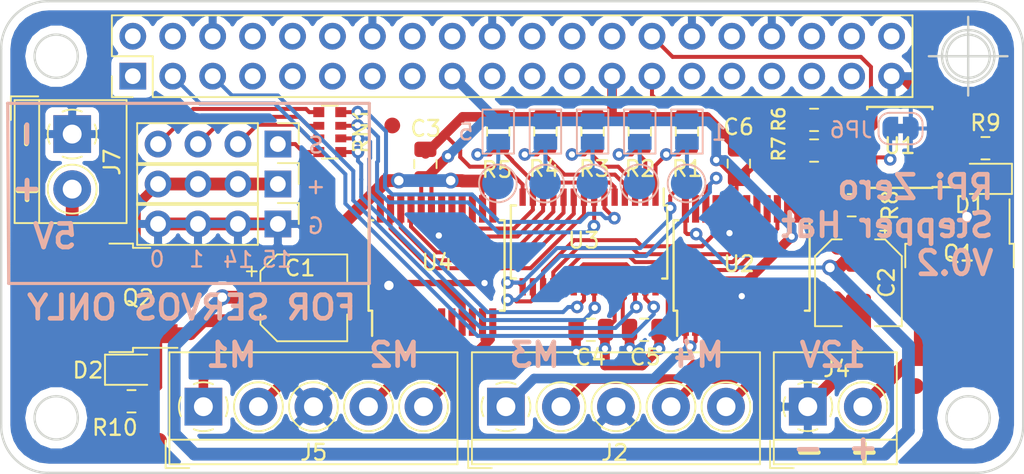
<source format=kicad_pcb>
(kicad_pcb (version 20171130) (host pcbnew "(5.0.2)-1")
  (title_block (title "RPi Zero Stepper Hat") (date 2018-12-29) (rev 0.1))
  (layers (0 Top signal) (31 Bottom signal) (34 B.Paste user hide) (35 F.Paste user hide) (36 B.SilkS user) (37 F.SilkS user) (38 B.Mask user) (39 F.Mask user) (44 Edge.Cuts user))
  (net 0 "")
  (net 1 SDA)
  (net 2 SCL)
  (net 3 GND)
  (net 4 +12V)
  (net 5 +3V3)
  (net 6 "Net-(D1-Pad1)")
  (net 7 +5V)
  (net 8 GPIO4)
  (net 9 TXD)
  (net 10 RXD)
  (net 11 GPIO17)
  (net 12 GPIO18)
  (net 13 GPIO27)
  (net 14 GPIO22)
  (net 15 GPIO23)
  (net 16 GPIO24)
  (net 17 SPI_MISO)
  (net 18 SPI_MOSI)
  (net 19 GPIO25)
  (net 20 SPI_SCLK)
  (net 21 SPI_CE1)
  (net 22 SPI_CE0)
  (net 23 EEDATA)
  (net 24 EECLOCK)
  (net 25 GPIO5)
  (net 26 GPIO6)
  (net 27 GPI012)
  (net 28 GPI013)
  (net 29 GPIO19)
  (net 30 GPIO16)
  (net 31 GPIO26)
  (net 32 GPIO20)
  (net 33 GPIO21)
  (net 34 "Net-(J2-Pad4)")
  (net 35 "Net-(J2-Pad2)")
  (net 36 "Net-(J2-Pad1)")
  (net 37 PWM0)
  (net 38 PWM1)
  (net 39 PWM14)
  (net 40 PWM15)
  (net 41 "Net-(J4-Pad2)")
  (net 42 "Net-(J5-Pad1)")
  (net 43 "Net-(J5-Pad2)")
  (net 44 "Net-(J5-Pad4)")
  (net 45 A2)
  (net 46 A1)
  (net 47 A0)
  (net 48 A3)
  (net 49 "Net-(JP6-Pad1)")
  (net 50 A4)
  (net 51 PWM13)
  (net 52 PWM6)
  (net 53 PWM5)
  (net 54 PWM10)
  (net 55 PWM9)
  (net 56 PWM8)
  (net 57 PWM2)
  (net 58 PWM3)
  (net 59 PWM4)
  (net 60 PWM7)
  (net 61 PWM11)
  (net 62 PWM12)
  (net 63 "Net-(J2-Pad5)")
  (net 64 "Net-(J5-Pad5)")
  (net 65 "Net-(J3-Pad1)")
  (net 66 "Net-(J3-Pad2)")
  (net 67 "Net-(J3-Pad3)")
  (net 68 "Net-(J3-Pad4)")
  (net 69 "Net-(J7-Pad2)")
  (net 70 "Net-(D2-Pad1)")
  (module Diode_SMD:D_0805_2012Metric (layer Top) (at 128.2879 108.439)
    (fp_text reference D2 (at -2.7686 0.0381) (layer F.SilkS))
    (fp_text value GREEN)
    (pad 1 smd roundrect (at -0.9375 0) (size 0.975 1.4) (layers Top F.Paste F.Mask) (net 70 "Net-(D2-Pad1)"))
    (pad 2 smd roundrect (at 0.9375 0) (size 0.975 1.4) (layers Top F.Paste F.Mask) (net 7 +5V))
  )
  (module Resistor_SMD:R_0805_2012Metric (layer Top) (at 128.2879 110.4456)
    (fp_text reference R10 (at -1.0541 1.6764) (layer F.SilkS))
    (fp_text value 300)
    (pad 1 smd roundrect (at -0.9375 0) (size 0.975 1.4) (layers Top F.Paste F.Mask) (net 70 "Net-(D2-Pad1)"))
    (pad 2 smd roundrect (at 0.9375 0) (size 0.975 1.4) (layers Top F.Paste F.Mask) (net 3 GND))
  )
  (module Connector_PinHeader_2.54mm:PinHeader_1x04_P2.54mm_Vertical (layer Top) (at 137.597 96.628 270)
    (fp_text reference + (at 0.127 -2.413) (layer B.SilkS) (effects (justify mirror)))
    (fp_text value Conn_01x05_Male)
    (pad 4 thru_hole oval (at 0 7.62 270) (size 1.7 1.7) (drill 1) (layers *.Cu *.Mask) (net 7 +5V))
    (pad 3 thru_hole oval (at 0 5.08 270) (size 1.7 1.7) (drill 1) (layers *.Cu *.Mask) (net 7 +5V))
    (pad 2 thru_hole oval (at 0 2.54 270) (size 1.7 1.7) (drill 1) (layers *.Cu *.Mask) (net 7 +5V))
    (pad 1 thru_hole rect (at 0 0 270) (size 1.7 1.7) (drill 1) (layers *.Cu *.Mask) (net 7 +5V))
  )
  (module Connector_PinHeader_2.54mm:PinHeader_1x04_P2.54mm_Vertical (layer Top) (at 137.597 99.168 270)
    (fp_text reference G (at 0.127 -2.413) (layer B.SilkS) (effects (justify mirror)))
    (fp_text value Conn_01x04_Male)
    (pad 4 thru_hole oval (at 0 7.62 270) (size 1.7 1.7) (drill 1) (layers *.Cu *.Mask) (net 3 GND))
    (pad 3 thru_hole oval (at 0 5.08 270) (size 1.7 1.7) (drill 1) (layers *.Cu *.Mask) (net 3 GND))
    (pad 2 thru_hole oval (at 0 2.54 270) (size 1.7 1.7) (drill 1) (layers *.Cu *.Mask) (net 3 GND))
    (pad 1 thru_hole rect (at 0 0 270) (size 1.7 1.7) (drill 1) (layers *.Cu *.Mask) (net 3 GND))
  )
  (module Package_SO:TSSOP-28_4.4x9.7mm_P0.65mm (layer Top) (at 157.39 100.315 270)
    (fp_text reference U3 (at -0.1 0.34) (layer F.SilkS))
    (fp_text value PCA9685PW)
    (pad 28 smd rect (at 2.85 -4.225 270) (size 1.1 0.4) (layers Top F.Paste F.Mask) (net 5 +3V3))
    (pad 27 smd rect (at 2.85 -3.575 270) (size 1.1 0.4) (layers Top F.Paste F.Mask) (net 1 SDA))
    (pad 26 smd rect (at 2.85 -2.925 270) (size 1.1 0.4) (layers Top F.Paste F.Mask) (net 2 SCL))
    (pad 25 smd rect (at 2.85 -2.275 270) (size 1.1 0.4) (layers Top F.Paste F.Mask) (net 3 GND))
    (pad 24 smd rect (at 2.85 -1.625 270) (size 1.1 0.4) (layers Top F.Paste F.Mask) (net 5 +3V3))
    (pad 23 smd rect (at 2.85 -0.975 270) (size 1.1 0.4) (layers Top F.Paste F.Mask) (net 3 GND))
    (pad 22 smd rect (at 2.85 -0.325 270) (size 1.1 0.4) (layers Top F.Paste F.Mask) (net 40 PWM15))
    (pad 21 smd rect (at 2.85 0.325 270) (size 1.1 0.4) (layers Top F.Paste F.Mask) (net 39 PWM14))
    (pad 20 smd rect (at 2.85 0.975 270) (size 1.1 0.4) (layers Top F.Paste F.Mask) (net 51 PWM13))
    (pad 19 smd rect (at 2.85 1.625 270) (size 1.1 0.4) (layers Top F.Paste F.Mask) (net 62 PWM12))
    (pad 18 smd rect (at 2.85 2.275 270) (size 1.1 0.4) (layers Top F.Paste F.Mask) (net 61 PWM11))
    (pad 17 smd rect (at 2.85 2.925 270) (size 1.1 0.4) (layers Top F.Paste F.Mask) (net 54 PWM10))
    (pad 16 smd rect (at 2.85 3.575 270) (size 1.1 0.4) (layers Top F.Paste F.Mask) (net 55 PWM9))
    (pad 15 smd rect (at 2.85 4.225 270) (size 1.1 0.4) (layers Top F.Paste F.Mask) (net 56 PWM8))
    (pad 14 smd rect (at -2.85 4.225 270) (size 1.1 0.4) (layers Top F.Paste F.Mask) (net 3 GND))
    (pad 13 smd rect (at -2.85 3.575 270) (size 1.1 0.4) (layers Top F.Paste F.Mask) (net 60 PWM7))
    (pad 12 smd rect (at -2.85 2.925 270) (size 1.1 0.4) (layers Top F.Paste F.Mask) (net 52 PWM6))
    (pad 11 smd rect (at -2.85 2.275 270) (size 1.1 0.4) (layers Top F.Paste F.Mask) (net 53 PWM5))
    (pad 10 smd rect (at -2.85 1.625 270) (size 1.1 0.4) (layers Top F.Paste F.Mask) (net 59 PWM4))
    (pad 9 smd rect (at -2.85 0.975 270) (size 1.1 0.4) (layers Top F.Paste F.Mask) (net 58 PWM3))
    (pad 8 smd rect (at -2.85 0.325 270) (size 1.1 0.4) (layers Top F.Paste F.Mask) (net 57 PWM2))
    (pad 7 smd rect (at -2.85 -0.325 270) (size 1.1 0.4) (layers Top F.Paste F.Mask) (net 38 PWM1))
    (pad 6 smd rect (at -2.85 -0.975 270) (size 1.1 0.4) (layers Top F.Paste F.Mask) (net 37 PWM0))
    (pad 5 smd rect (at -2.85 -1.625 270) (size 1.1 0.4) (layers Top F.Paste F.Mask) (net 50 A4))
    (pad 4 smd rect (at -2.85 -2.275 270) (size 1.1 0.4) (layers Top F.Paste F.Mask) (net 48 A3))
    (pad 3 smd rect (at -2.85 -2.925 270) (size 1.1 0.4) (layers Top F.Paste F.Mask) (net 45 A2))
    (pad 2 smd rect (at -2.85 -3.575 270) (size 1.1 0.4) (layers Top F.Paste F.Mask) (net 46 A1))
    (pad 1 smd rect (at -2.85 -4.225 270) (size 1.1 0.4) (layers Top F.Paste F.Mask) (net 47 A0))
  )
  (module Package_SO:SOIC-8_3.9x4.9mm_P1.27mm (layer Top) (at 177.15 94.3 180)
    (fp_text reference U1 (at 0 0.1 180) (layer F.SilkS))
    (fp_text value CAT24C32)
    (pad 8 smd rect (at 2.7 -1.905 180) (size 1.55 0.6) (layers Top F.Paste F.Mask) (net 5 +3V3))
    (pad 7 smd rect (at 2.7 -0.635 180) (size 1.55 0.6) (layers Top F.Paste F.Mask) (net 49 "Net-(JP6-Pad1)"))
    (pad 6 smd rect (at 2.7 0.635 180) (size 1.55 0.6) (layers Top F.Paste F.Mask) (net 24 EECLOCK))
    (pad 5 smd rect (at 2.7 1.905 180) (size 1.55 0.6) (layers Top F.Paste F.Mask) (net 23 EEDATA))
    (pad 4 smd rect (at -2.7 1.905 180) (size 1.55 0.6) (layers Top F.Paste F.Mask) (net 3 GND))
    (pad 3 smd rect (at -2.7 0.635 180) (size 1.55 0.6) (layers Top F.Paste F.Mask) (net 3 GND))
    (pad 2 smd rect (at -2.7 -0.635 180) (size 1.55 0.6) (layers Top F.Paste F.Mask) (net 3 GND))
    (pad 1 smd rect (at -2.7 -1.905 180) (size 1.55 0.6) (layers Top F.Paste F.Mask) (net 3 GND))
  )
  (module Capacitor_SMD:CP_Elec_5x5.4 (layer Top) (at 139.248 103.867)
    (fp_text reference C1 (at -0.24 -1.89) (layer F.SilkS))
    (fp_text value 47uF/16v)
    (pad 2 smd roundrect (at 2.2 0) (size 3 1.6) (layers Top F.Paste F.Mask) (roundrect_rratio 0.15625) (net 3 GND))
    (pad 1 smd roundrect (at -2.2 0) (size 3 1.6) (layers Top F.Paste F.Mask) (roundrect_rratio 0.15625) (net 4 +12V))
  )
  (module Package_SO:SSOP-24_5.3x8.2mm_P0.65mm (layer Top) (at 167.09 101.81 90)
    (fp_text reference U2 (at 0.1 -0.16 180) (layer F.SilkS))
    (fp_text value TB6612FNG)
    (pad 24 smd rect (at 3.6 -3.575 90) (size 1.75 0.45) (layers Top F.Paste F.Mask) (net 4 +12V))
    (pad 23 smd rect (at 3.6 -2.925 90) (size 1.75 0.45) (layers Top F.Paste F.Mask) (net 56 PWM8))
    (pad 22 smd rect (at 3.6 -2.275 90) (size 1.75 0.45) (layers Top F.Paste F.Mask) (net 55 PWM9))
    (pad 21 smd rect (at 3.6 -1.625 90) (size 1.75 0.45) (layers Top F.Paste F.Mask) (net 54 PWM10))
    (pad 20 smd rect (at 3.6 -0.975 90) (size 1.75 0.45) (layers Top F.Paste F.Mask) (net 5 +3V3))
    (pad 19 smd rect (at 3.6 -0.325 90) (size 1.75 0.45) (layers Top F.Paste F.Mask) (net 5 +3V3))
    (pad 18 smd rect (at 3.6 0.325 90) (size 1.75 0.45) (layers Top F.Paste F.Mask) (net 3 GND))
    (pad 17 smd rect (at 3.6 0.975 90) (size 1.75 0.45) (layers Top F.Paste F.Mask) (net 61 PWM11))
    (pad 16 smd rect (at 3.6 1.625 90) (size 1.75 0.45) (layers Top F.Paste F.Mask) (net 62 PWM12))
    (pad 15 smd rect (at 3.6 2.275 90) (size 1.75 0.45) (layers Top F.Paste F.Mask) (net 51 PWM13))
    (pad 14 smd rect (at 3.6 2.925 90) (size 1.75 0.45) (layers Top F.Paste F.Mask) (net 4 +12V))
    (pad 13 smd rect (at 3.6 3.575 90) (size 1.75 0.45) (layers Top F.Paste F.Mask) (net 4 +12V))
    (pad 12 smd rect (at -3.6 3.575 90) (size 1.75 0.45) (layers Top F.Paste F.Mask) (net 63 "Net-(J2-Pad5)"))
    (pad 11 smd rect (at -3.6 2.925 90) (size 1.75 0.45) (layers Top F.Paste F.Mask) (net 63 "Net-(J2-Pad5)"))
    (pad 10 smd rect (at -3.6 2.275 90) (size 1.75 0.45) (layers Top F.Paste F.Mask) (net 3 GND))
    (pad 9 smd rect (at -3.6 1.625 90) (size 1.75 0.45) (layers Top F.Paste F.Mask) (net 3 GND))
    (pad 8 smd rect (at -3.6 0.975 90) (size 1.75 0.45) (layers Top F.Paste F.Mask) (net 34 "Net-(J2-Pad4)"))
    (pad 7 smd rect (at -3.6 0.325 90) (size 1.75 0.45) (layers Top F.Paste F.Mask) (net 34 "Net-(J2-Pad4)"))
    (pad 6 smd rect (at -3.6 -0.325 90) (size 1.75 0.45) (layers Top F.Paste F.Mask) (net 35 "Net-(J2-Pad2)"))
    (pad 5 smd rect (at -3.6 -0.975 90) (size 1.75 0.45) (layers Top F.Paste F.Mask) (net 35 "Net-(J2-Pad2)"))
    (pad 4 smd rect (at -3.6 -1.625 90) (size 1.75 0.45) (layers Top F.Paste F.Mask) (net 3 GND))
    (pad 3 smd rect (at -3.6 -2.275 90) (size 1.75 0.45) (layers Top F.Paste F.Mask) (net 3 GND))
    (pad 2 smd rect (at -3.6 -2.925 90) (size 1.75 0.45) (layers Top F.Paste F.Mask) (net 36 "Net-(J2-Pad1)"))
    (pad 1 smd rect (at -3.6 -3.575 90) (size 1.75 0.45) (layers Top F.Paste F.Mask) (net 36 "Net-(J2-Pad1)"))
  )
  (module Jumper:SolderJumper-2_P1.3mm_Open_Pad1.0x1.5mm (layer Bottom) (at 154.613652 93.293469 90)
    (fp_text reference JP4 hide)
    (fp_text value SolderJumper_2_Open)
    (pad 1 smd rect (at -0.65 0 90) (size 1 1.5) (layers Bottom B.Mask) (net 48 A3))
    (pad 2 smd rect (at 0.65 0 90) (size 1 1.5) (layers Bottom B.Mask) (net 5 +3V3))
  )
  (module Jumper:SolderJumper-2_P1.3mm_Open_Pad1.0x1.5mm (layer Bottom) (at 151.613652 93.293469 90)
    (fp_text reference JP5 hide)
    (fp_text value SolderJumper_2_Open)
    (pad 1 smd rect (at -0.65 0 90) (size 1 1.5) (layers Bottom B.Mask) (net 50 A4))
    (pad 2 smd rect (at 0.65 0 90) (size 1 1.5) (layers Bottom B.Mask) (net 5 +3V3))
  )
  (module Jumper:SolderJumper-2_P1.3mm_Open_Pad1.0x1.5mm (layer Bottom) (at 163.613652 93.293469 90)
    (fp_text reference JP1 hide)
    (fp_text value SolderJumper_2_Open)
    (pad 1 smd rect (at -0.65 0 90) (size 1 1.5) (layers Bottom B.Mask) (net 47 A0))
    (pad 2 smd rect (at 0.65 0 90) (size 1 1.5) (layers Bottom B.Mask) (net 5 +3V3))
  )
  (module Jumper:SolderJumper-2_P1.3mm_Open_Pad1.0x1.5mm (layer Bottom) (at 160.613652 93.293469 90)
    (fp_text reference JP2 hide)
    (fp_text value SolderJumper_2_Open)
    (pad 1 smd rect (at -0.65 0 90) (size 1 1.5) (layers Bottom B.Mask) (net 46 A1))
    (pad 2 smd rect (at 0.65 0 90) (size 1 1.5) (layers Bottom B.Mask) (net 5 +3V3))
  )
  (module Jumper:SolderJumper-2_P1.3mm_Open_Pad1.0x1.5mm (layer Bottom) (at 157.613652 93.293469 90)
    (fp_text reference JP3 hide)
    (fp_text value SolderJumper_2_Open)
    (pad 1 smd rect (at -0.65 0 90) (size 1 1.5) (layers Bottom B.Mask) (net 45 A2))
    (pad 2 smd rect (at 0.65 0 90) (size 1 1.5) (layers Bottom B.Mask) (net 5 +3V3))
  )
  (module TestPoint:TestPoint_Pad_D2.0mm (layer Bottom) (at 154.59 96.6 270)
    (fp_text reference TP4 hide)
    (fp_text value TestPoint)
    (pad 1 smd circle (at 0 0 270) (size 2 2) (layers Bottom B.Mask) (net 48 A3))
  )
  (module TestPoint:TestPoint_Pad_D2.0mm (layer Bottom) (at 160.59 96.59 270)
    (fp_text reference TP2 hide)
    (fp_text value TestPoint)
    (pad 1 smd circle (at 0 0 270) (size 2 2) (layers Bottom B.Mask) (net 46 A1))
  )
  (module TestPoint:TestPoint_Pad_D2.0mm (layer Bottom) (at 163.59 96.59 270)
    (fp_text reference TP1 hide)
    (fp_text value TestPoint)
    (pad 1 smd circle (at 0 0 270) (size 2 2) (layers Bottom B.Mask) (net 47 A0))
  )
  (module Resistor_SMD:R_0805_2012Metric (layer Top) (at 182.6 94.35 180)
    (fp_text reference R9 (at -0.0058 1.6082 180) (layer F.SilkS))
    (fp_text value 1K)
    (pad 2 smd roundrect (at 0.9375 0 180) (size 0.975 1.4) (layers Top F.Paste F.Mask) (net 3 GND))
    (pad 1 smd roundrect (at -0.9375 0 180) (size 0.975 1.4) (layers Top F.Paste F.Mask) (net 6 "Net-(D1-Pad1)"))
  )
  (module Resistor_SMD:R_0805_2012Metric (layer Top) (at 174.09 97.98)
    (fp_text reference R8 (at 2.44 0.01 90) (layer F.SilkS))
    (fp_text value 3.9K)
    (pad 1 smd roundrect (at -0.9375 0) (size 0.975 1.4) (layers Top F.Paste F.Mask) (net 5 +3V3))
    (pad 2 smd roundrect (at 0.9375 0) (size 0.975 1.4) (layers Top F.Paste F.Mask) (net 49 "Net-(JP6-Pad1)"))
  )
  (module Resistor_SMD:R_0805_2012Metric (layer Top) (at 171.7 94.5)
    (fp_text reference R7 (at -2.25 -0.1 270) (layer F.SilkS) (effects (font (size 0.8 0.8))))
    (fp_text value 3.9K)
    (pad 2 smd roundrect (at 0.9375 0) (size 0.975 1.4) (layers Top F.Paste F.Mask) (net 24 EECLOCK))
    (pad 1 smd roundrect (at -0.9375 0) (size 0.975 1.4) (layers Top F.Paste F.Mask) (net 5 +3V3))
  )
  (module Resistor_SMD:R_0805_2012Metric (layer Top) (at 171.7 92.55 180)
    (fp_text reference R6 (at 2.25 0.05 90) (layer F.SilkS) (effects (font (size 0.8 0.8))))
    (fp_text value 3.9K)
    (pad 2 smd roundrect (at 0.9375 0 180) (size 0.975 1.4) (layers Top F.Paste F.Mask) (net 5 +3V3))
    (pad 1 smd roundrect (at -0.9375 0 180) (size 0.975 1.4) (layers Top F.Paste F.Mask) (net 23 EEDATA))
  )
  (module Resistor_SMD:R_0805_2012Metric (layer Top) (at 151.613652 93.293469 90)
    (fp_text reference R5 (at -2.425562 -0.08579 180) (layer F.SilkS))
    (fp_text value 10K)
    (pad 2 smd roundrect (at 0.9375 0 90) (size 0.975 1.4) (layers Top F.Paste F.Mask) (net 3 GND))
    (pad 1 smd roundrect (at -0.9375 0 90) (size 0.975 1.4) (layers Top F.Paste F.Mask) (net 50 A4))
  )
  (module Resistor_SMD:R_0805_2012Metric (layer Top) (at 154.613652 93.293469 90)
    (fp_text reference R4 (at -2.363062 -0.08579 180) (layer F.SilkS))
    (fp_text value 10K)
    (pad 2 smd roundrect (at 0.9375 0 90) (size 0.975 1.4) (layers Top F.Paste F.Mask) (net 3 GND))
    (pad 1 smd roundrect (at -0.9375 0 90) (size 0.975 1.4) (layers Top F.Paste F.Mask) (net 48 A3))
  )
  (module Resistor_SMD:R_0805_2012Metric (layer Top) (at 163.613652 93.293469 90)
    (fp_text reference R1 (at -2.363062 0.01421 180) (layer F.SilkS))
    (fp_text value 10K)
    (pad 2 smd roundrect (at 0.9375 0 90) (size 0.975 1.4) (layers Top F.Paste F.Mask) (net 3 GND))
    (pad 1 smd roundrect (at -0.9375 0 90) (size 0.975 1.4) (layers Top F.Paste F.Mask) (net 47 A0))
  )
  (module Resistor_SMD:R_0805_2012Metric (layer Top) (at 160.613652 93.293469 90)
    (fp_text reference R2 (at -2.363062 0.01421 180) (layer F.SilkS))
    (fp_text value 10K)
    (pad 2 smd roundrect (at 0.9375 0 90) (size 0.975 1.4) (layers Top F.Paste F.Mask) (net 3 GND))
    (pad 1 smd roundrect (at -0.9375 0 90) (size 0.975 1.4) (layers Top F.Paste F.Mask) (net 46 A1))
  )
  (module Resistor_SMD:R_0805_2012Metric (layer Top) (at 157.613652 93.293469 90)
    (fp_text reference R3 (at -2.363062 0.11421 180) (layer F.SilkS))
    (fp_text value 10K)
    (pad 2 smd roundrect (at 0.9375 0 90) (size 0.975 1.4) (layers Top F.Paste F.Mask) (net 3 GND))
    (pad 1 smd roundrect (at -0.9375 0 90) (size 0.975 1.4) (layers Top F.Paste F.Mask) (net 45 A2))
  )
  (module Package_TO_SOT_SMD:TO-252-2 (layer Top) (at 180.95 102.9 270)
    (fp_text reference Q1 (at -1.86 0.04) (layer F.SilkS))
    (fp_text value AOD417)
    (pad 2 smd rect (at 2.1 0 270) (size 6.4 5.8) (layers Top F.Mask) (net 41 "Net-(J4-Pad2)"))
    (pad 3 smd rect (at -4.2 2.28 270) (size 2.2 1.2) (layers Top F.Paste F.Mask) (net 4 +12V))
    (pad 1 smd rect (at -4.2 -2.28 270) (size 2.2 1.2) (layers Top F.Paste F.Mask) (net 3 GND))
  )
  (module Jumper:SolderJumper-2_P1.3mm_Bridged_RoundedPad1.0x1.5mm (layer Bottom) (at 177.2 93.1)
    (fp_text reference JP6 (at -3.154 0.0863) (layer B.SilkS) (effects (justify mirror)))
    (fp_text value SolderJumper_2_Bridged)
    (pad 2 smd custom (at 0.65 0) (size 1 0.5) (layers Bottom B.Mask) (net 3 GND) (options (clearance outline) (anchor rect)) (primitives (gr_circle (center 0 -0.25) (end 0.5 -0.25) (width 0)) (gr_circle (center 0 0.25) (end 0.5 0.25) (width 0)) (gr_poly (pts (xy 0 0.75) (xy -0.5 0.75) (xy -0.5 -0.75) (xy 0 -0.75)) (width 0))))
    (pad 1 smd custom (at -0.65 0) (size 1 0.5) (layers Bottom B.Mask) (net 49 "Net-(JP6-Pad1)") (options (clearance outline) (anchor rect)) (primitives (gr_circle (center 0 -0.25) (end 0.5 -0.25) (width 0)) (gr_circle (center 0 0.25) (end 0.5 0.25) (width 0)) (gr_poly (pts (xy 0 0.75) (xy 0.5 0.75) (xy 0.5 -0.75) (xy 0 -0.75)) (width 0)) (gr_poly (pts (xy 0.9 0.3) (xy 0.4 0.3) (xy 0.4 -0.3) (xy 0.9 -0.3)) (width 0))))
  )
  (module TerminalBlock_4Ucon:TerminalBlock_4Ucon_1x02_P3.50mm_Horizontal (layer Top) (at 171.3 110.79)
    (fp_text reference J4 (at 1.84 -2.4) (layer F.SilkS))
    (fp_text value Screw_Terminal_01x02)
    (pad 2 thru_hole circle (at 3.5 0) (size 2.4 2.4) (drill 1.2) (layers *.Cu *.Mask) (net 41 "Net-(J4-Pad2)"))
    (pad 1 thru_hole rect (at 0 0) (size 2.4 2.4) (drill 1.2) (layers *.Cu *.Mask) (net 3 GND))
  )
  (module Capacitor_SMD:C_0805_2012Metric (layer Top) (at 160.9 105.9 180)
    (fp_text reference C5 (at -0.06 -1.74 180) (layer F.SilkS))
    (fp_text value 0.1uF)
    (pad 2 smd roundrect (at 0.9375 0 180) (size 0.975 1.4) (layers Top F.Paste F.Mask) (net 3 GND))
    (pad 1 smd roundrect (at -0.9375 0 180) (size 0.975 1.4) (layers Top F.Paste F.Mask) (net 5 +3V3))
  )
  (module Capacitor_SMD:C_0805_2012Metric (layer Top) (at 157.5 105.9 180)
    (fp_text reference C4 (at 0.01 -1.75 180) (layer F.SilkS))
    (fp_text value 0.1uF)
    (pad 2 smd roundrect (at 0.9375 0 180) (size 0.975 1.4) (layers Top F.Paste F.Mask) (net 3 GND))
    (pad 1 smd roundrect (at -0.9375 0 180) (size 0.975 1.4) (layers Top F.Paste F.Mask) (net 5 +3V3))
  )
  (module Capacitor_SMD:C_0805_2012Metric (layer Top) (at 146.98 95.36 90)
    (fp_text reference C3 (at 2.26 0.02 180) (layer F.SilkS))
    (fp_text value 10uF)
    (pad 2 smd roundrect (at 0.9375 0 90) (size 0.975 1.4) (layers Top F.Paste F.Mask) (net 3 GND))
    (pad 1 smd roundrect (at -0.9375 0 90) (size 0.975 1.4) (layers Top F.Paste F.Mask) (net 5 +3V3))
  )
  (module Capacitor_SMD:CP_Elec_5x5.4 (layer Top) (at 174.52 102.91 270)
    (fp_text reference C2 (at -0.01 -1.79 90) (layer F.SilkS))
    (fp_text value 47uF/16v)
    (pad 2 smd roundrect (at 2.2 0 270) (size 3 1.6) (layers Top F.Paste F.Mask) (roundrect_rratio 0.15625) (net 3 GND))
    (pad 1 smd roundrect (at -2.2 0 270) (size 3 1.6) (layers Top F.Paste F.Mask) (roundrect_rratio 0.15625) (net 4 +12V))
  )
  (module TestPoint:TestPoint_Pad_D2.0mm (layer Bottom) (at 151.59 96.59 270)
    (fp_text reference TP5 hide)
    (fp_text value TestPoint)
    (pad 1 smd circle (at 0 0 270) (size 2 2) (layers Bottom B.Mask) (net 50 A4))
  )
  (module Diode_SMD:D_0805_2012Metric (layer Top) (at 182.6 96.3 180)
    (fp_text reference D1 (at 0.98 -1.65 180) (layer F.SilkS))
    (fp_text value GREEN)
    (pad 2 smd roundrect (at 0.9375 0 180) (size 0.975 1.4) (layers Top F.Paste F.Mask) (net 4 +12V))
    (pad 1 smd roundrect (at -0.9375 0 180) (size 0.975 1.4) (layers Top F.Paste F.Mask) (net 6 "Net-(D1-Pad1)"))
  )
  (module Package_SO:SSOP-24_5.3x8.2mm_P0.65mm (layer Top) (at 147.69 101.81 90)
    (fp_text reference U4 (at 0.2 0.04 180) (layer F.SilkS))
    (fp_text value TB6612FNG)
    (pad 24 smd rect (at 3.6 -3.575 90) (size 1.75 0.45) (layers Top F.Paste F.Mask) (net 4 +12V))
    (pad 23 smd rect (at 3.6 -2.925 90) (size 1.75 0.45) (layers Top F.Paste F.Mask) (net 57 PWM2))
    (pad 22 smd rect (at 3.6 -2.275 90) (size 1.75 0.45) (layers Top F.Paste F.Mask) (net 58 PWM3))
    (pad 21 smd rect (at 3.6 -1.625 90) (size 1.75 0.45) (layers Top F.Paste F.Mask) (net 59 PWM4))
    (pad 20 smd rect (at 3.6 -0.975 90) (size 1.75 0.45) (layers Top F.Paste F.Mask) (net 5 +3V3))
    (pad 19 smd rect (at 3.6 -0.325 90) (size 1.75 0.45) (layers Top F.Paste F.Mask) (net 5 +3V3))
    (pad 18 smd rect (at 3.6 0.325 90) (size 1.75 0.45) (layers Top F.Paste F.Mask) (net 3 GND))
    (pad 17 smd rect (at 3.6 0.975 90) (size 1.75 0.45) (layers Top F.Paste F.Mask) (net 53 PWM5))
    (pad 16 smd rect (at 3.6 1.625 90) (size 1.75 0.45) (layers Top F.Paste F.Mask) (net 52 PWM6))
    (pad 15 smd rect (at 3.6 2.275 90) (size 1.75 0.45) (layers Top F.Paste F.Mask) (net 60 PWM7))
    (pad 14 smd rect (at 3.6 2.925 90) (size 1.75 0.45) (layers Top F.Paste F.Mask) (net 4 +12V))
    (pad 13 smd rect (at 3.6 3.575 90) (size 1.75 0.45) (layers Top F.Paste F.Mask) (net 4 +12V))
    (pad 12 smd rect (at -3.6 3.575 90) (size 1.75 0.45) (layers Top F.Paste F.Mask) (net 64 "Net-(J5-Pad5)"))
    (pad 11 smd rect (at -3.6 2.925 90) (size 1.75 0.45) (layers Top F.Paste F.Mask) (net 64 "Net-(J5-Pad5)"))
    (pad 10 smd rect (at -3.6 2.275 90) (size 1.75 0.45) (layers Top F.Paste F.Mask) (net 3 GND))
    (pad 9 smd rect (at -3.6 1.625 90) (size 1.75 0.45) (layers Top F.Paste F.Mask) (net 3 GND))
    (pad 8 smd rect (at -3.6 0.975 90) (size 1.75 0.45) (layers Top F.Paste F.Mask) (net 44 "Net-(J5-Pad4)"))
    (pad 7 smd rect (at -3.6 0.325 90) (size 1.75 0.45) (layers Top F.Paste F.Mask) (net 44 "Net-(J5-Pad4)"))
    (pad 6 smd rect (at -3.6 -0.325 90) (size 1.75 0.45) (layers Top F.Paste F.Mask) (net 43 "Net-(J5-Pad2)"))
    (pad 5 smd rect (at -3.6 -0.975 90) (size 1.75 0.45) (layers Top F.Paste F.Mask) (net 43 "Net-(J5-Pad2)"))
    (pad 4 smd rect (at -3.6 -1.625 90) (size 1.75 0.45) (layers Top F.Paste F.Mask) (net 3 GND))
    (pad 3 smd rect (at -3.6 -2.275 90) (size 1.75 0.45) (layers Top F.Paste F.Mask) (net 3 GND))
    (pad 2 smd rect (at -3.6 -2.925 90) (size 1.75 0.45) (layers Top F.Paste F.Mask) (net 42 "Net-(J5-Pad1)"))
    (pad 1 smd rect (at -3.6 -3.575 90) (size 1.75 0.45) (layers Top F.Paste F.Mask) (net 42 "Net-(J5-Pad1)"))
  )
  (module Capacitor_SMD:C_0805_2012Metric (layer Top) (at 166.915 95.33 90)
    (fp_text reference C6 (at 2.33 -0.015 180) (layer F.SilkS))
    (fp_text value 10uF)
    (pad 2 smd roundrect (at 0.9375 0 90) (size 0.975 1.4) (layers Top F.Paste F.Mask) (net 3 GND))
    (pad 1 smd roundrect (at -0.9375 0 90) (size 0.975 1.4) (layers Top F.Paste F.Mask) (net 5 +3V3))
  )
  (module TestPoint:TestPoint_Pad_D2.0mm (layer Bottom) (at 157.59 96.59 270)
    (fp_text reference TP3 hide)
    (fp_text value TestPoint)
    (pad 1 smd circle (at 0 0 270) (size 2 2) (layers Bottom B.Mask) (net 45 A2))
  )
  (module Connector_PinHeader_2.54mm:PinHeader_1x04_P2.54mm_Vertical (layer Top) (at 137.597 94.088 270)
    (fp_text reference J3 hide)
    (fp_text value Conn_01x04_Male)
    (pad 4 thru_hole oval (at 0 7.62 270) (size 1.7 1.7) (drill 1) (layers *.Cu *.Mask) (net 68 "Net-(J3-Pad4)"))
    (pad 3 thru_hole oval (at 0 5.08 270) (size 1.7 1.7) (drill 1) (layers *.Cu *.Mask) (net 67 "Net-(J3-Pad3)"))
    (pad 2 thru_hole oval (at 0 2.54 270) (size 1.7 1.7) (drill 1) (layers *.Cu *.Mask) (net 66 "Net-(J3-Pad2)"))
    (pad 1 thru_hole rect (at 0 0 270) (size 1.7 1.7) (drill 1) (layers *.Cu *.Mask) (net 65 "Net-(J3-Pad1)"))
  )
  (module Connector_PinHeader_2.54mm:PinHeader_2x20_P2.54mm_Vertical (layer Top) (at 128.37 89.77 90)
    (fp_text reference J1 hide)
    (fp_text value Raspberry_Pi_2_3)
    (pad 40 thru_hole oval (at 2.54 48.26 90) (size 1.7 1.7) (drill 1) (layers *.Cu *.Mask) (net 33 GPIO21))
    (pad 39 thru_hole oval (at 0 48.26 90) (size 1.7 1.7) (drill 1) (layers *.Cu *.Mask) (net 3 GND))
    (pad 38 thru_hole oval (at 2.54 45.72 90) (size 1.7 1.7) (drill 1) (layers *.Cu *.Mask) (net 32 GPIO20))
    (pad 37 thru_hole oval (at 0 45.72 90) (size 1.7 1.7) (drill 1) (layers *.Cu *.Mask) (net 31 GPIO26))
    (pad 36 thru_hole oval (at 2.54 43.18 90) (size 1.7 1.7) (drill 1) (layers *.Cu *.Mask) (net 30 GPIO16))
    (pad 35 thru_hole oval (at 0 43.18 90) (size 1.7 1.7) (drill 1) (layers *.Cu *.Mask) (net 29 GPIO19))
    (pad 34 thru_hole oval (at 2.54 40.64 90) (size 1.7 1.7) (drill 1) (layers *.Cu *.Mask) (net 3 GND))
    (pad 33 thru_hole oval (at 0 40.64 90) (size 1.7 1.7) (drill 1) (layers *.Cu *.Mask) (net 28 GPI013))
    (pad 32 thru_hole oval (at 2.54 38.1 90) (size 1.7 1.7) (drill 1) (layers *.Cu *.Mask) (net 27 GPI012))
    (pad 31 thru_hole oval (at 0 38.1 90) (size 1.7 1.7) (drill 1) (layers *.Cu *.Mask) (net 26 GPIO6))
    (pad 30 thru_hole oval (at 2.54 35.56 90) (size 1.7 1.7) (drill 1) (layers *.Cu *.Mask) (net 3 GND))
    (pad 29 thru_hole oval (at 0 35.56 90) (size 1.7 1.7) (drill 1) (layers *.Cu *.Mask) (net 25 GPIO5))
    (pad 28 thru_hole oval (at 2.54 33.02 90) (size 1.7 1.7) (drill 1) (layers *.Cu *.Mask) (net 24 EECLOCK))
    (pad 27 thru_hole oval (at 0 33.02 90) (size 1.7 1.7) (drill 1) (layers *.Cu *.Mask) (net 23 EEDATA))
    (pad 26 thru_hole oval (at 2.54 30.48 90) (size 1.7 1.7) (drill 1) (layers *.Cu *.Mask) (net 22 SPI_CE0))
    (pad 25 thru_hole oval (at 0 30.48 90) (size 1.7 1.7) (drill 1) (layers *.Cu *.Mask) (net 3 GND))
    (pad 24 thru_hole oval (at 2.54 27.94 90) (size 1.7 1.7) (drill 1) (layers *.Cu *.Mask) (net 21 SPI_CE1))
    (pad 23 thru_hole oval (at 0 27.94 90) (size 1.7 1.7) (drill 1) (layers *.Cu *.Mask) (net 20 SPI_SCLK))
    (pad 22 thru_hole oval (at 2.54 25.4 90) (size 1.7 1.7) (drill 1) (layers *.Cu *.Mask) (net 19 GPIO25))
    (pad 21 thru_hole oval (at 0 25.4 90) (size 1.7 1.7) (drill 1) (layers *.Cu *.Mask) (net 18 SPI_MOSI))
    (pad 20 thru_hole oval (at 2.54 22.86 90) (size 1.7 1.7) (drill 1) (layers *.Cu *.Mask) (net 3 GND))
    (pad 19 thru_hole oval (at 0 22.86 90) (size 1.7 1.7) (drill 1) (layers *.Cu *.Mask) (net 17 SPI_MISO))
    (pad 18 thru_hole oval (at 2.54 20.32 90) (size 1.7 1.7) (drill 1) (layers *.Cu *.Mask) (net 16 GPIO24))
    (pad 17 thru_hole oval (at 0 20.32 90) (size 1.7 1.7) (drill 1) (layers *.Cu *.Mask) (net 5 +3V3))
    (pad 16 thru_hole oval (at 2.54 17.78 90) (size 1.7 1.7) (drill 1) (layers *.Cu *.Mask) (net 15 GPIO23))
    (pad 15 thru_hole oval (at 0 17.78 90) (size 1.7 1.7) (drill 1) (layers *.Cu *.Mask) (net 14 GPIO22))
    (pad 14 thru_hole oval (at 2.54 15.24 90) (size 1.7 1.7) (drill 1) (layers *.Cu *.Mask) (net 3 GND))
    (pad 13 thru_hole oval (at 0 15.24 90) (size 1.7 1.7) (drill 1) (layers *.Cu *.Mask) (net 13 GPIO27))
    (pad 12 thru_hole oval (at 2.54 12.7 90) (size 1.7 1.7) (drill 1) (layers *.Cu *.Mask) (net 12 GPIO18))
    (pad 11 thru_hole oval (at 0 12.7 90) (size 1.7 1.7) (drill 1) (layers *.Cu *.Mask) (net 11 GPIO17))
    (pad 10 thru_hole oval (at 2.54 10.16 90) (size 1.7 1.7) (drill 1) (layers *.Cu *.Mask) (net 10 RXD))
    (pad 9 thru_hole oval (at 0 10.16 90) (size 1.7 1.7) (drill 1) (layers *.Cu *.Mask) (net 3 GND))
    (pad 8 thru_hole oval (at 2.54 7.62 90) (size 1.7 1.7) (drill 1) (layers *.Cu *.Mask) (net 9 TXD))
    (pad 7 thru_hole oval (at 0 7.62 90) (size 1.7 1.7) (drill 1) (layers *.Cu *.Mask) (net 8 GPIO4))
    (pad 6 thru_hole oval (at 2.54 5.08 90) (size 1.7 1.7) (drill 1) (layers *.Cu *.Mask) (net 3 GND))
    (pad 5 thru_hole oval (at 0 5.08 90) (size 1.7 1.7) (drill 1) (layers *.Cu *.Mask) (net 2 SCL))
    (pad 4 thru_hole oval (at 2.54 2.54 90) (size 1.7 1.7) (drill 1) (layers *.Cu *.Mask) (net 7 +5V))
    (pad 3 thru_hole oval (at 0 2.54 90) (size 1.7 1.7) (drill 1) (layers *.Cu *.Mask) (net 1 SDA))
    (pad 2 thru_hole oval (at 2.54 0 90) (size 1.7 1.7) (drill 1) (layers *.Cu *.Mask) (net 7 +5V))
    (pad 1 thru_hole rect (at 0 0 90) (size 1.7 1.7) (drill 1) (layers *.Cu *.Mask) (net 5 +3V3))
  )
  (module TerminalBlock_4Ucon:TerminalBlock_4Ucon_1x05_P3.50mm_Horizontal (layer Top) (at 152.1 110.79)
    (fp_text reference J2 (at 6.92 2.92) (layer F.SilkS))
    (fp_text value Screw_Terminal_01x05)
    (pad 5 thru_hole circle (at 14 0) (size 2.4 2.4) (drill 1.2) (layers *.Cu *.Mask) (net 63 "Net-(J2-Pad5)"))
    (pad 4 thru_hole circle (at 10.5 0) (size 2.4 2.4) (drill 1.2) (layers *.Cu *.Mask) (net 34 "Net-(J2-Pad4)"))
    (pad 3 thru_hole circle (at 7 0) (size 2.4 2.4) (drill 1.2) (layers *.Cu *.Mask) (net 3 GND))
    (pad 2 thru_hole circle (at 3.5 0) (size 2.4 2.4) (drill 1.2) (layers *.Cu *.Mask) (net 35 "Net-(J2-Pad2)"))
    (pad 1 thru_hole rect (at 0 0) (size 2.4 2.4) (drill 1.2) (layers *.Cu *.Mask) (net 36 "Net-(J2-Pad1)"))
  )
  (module TerminalBlock_4Ucon:TerminalBlock_4Ucon_1x05_P3.50mm_Horizontal (layer Top) (at 132.86 110.79)
    (fp_text reference J5 (at 7.02 2.91) (layer F.SilkS))
    (fp_text value Screw_Terminal_01x05)
    (pad 1 thru_hole rect (at 0 0) (size 2.4 2.4) (drill 1.2) (layers *.Cu *.Mask) (net 42 "Net-(J5-Pad1)"))
    (pad 2 thru_hole circle (at 3.5 0) (size 2.4 2.4) (drill 1.2) (layers *.Cu *.Mask) (net 43 "Net-(J5-Pad2)"))
    (pad 3 thru_hole circle (at 7 0) (size 2.4 2.4) (drill 1.2) (layers *.Cu *.Mask) (net 3 GND))
    (pad 4 thru_hole circle (at 10.5 0) (size 2.4 2.4) (drill 1.2) (layers *.Cu *.Mask) (net 44 "Net-(J5-Pad4)"))
    (pad 5 thru_hole circle (at 14 0) (size 2.4 2.4) (drill 1.2) (layers *.Cu *.Mask) (net 64 "Net-(J5-Pad5)"))
  )
  (module Fiducial:Fiducial_1mm_Dia_2mm_Outer (layer Top) (at 144.8741 92.9069)
    (fp_text reference REF** hide)
    (fp_text value Fiducial_1mm_Dia_2mm_Outer)
    (pad "" smd circle (at 0 0) (size 1 1) (layers Top F.Mask) (clearance 0.5))
  )
  (module Fiducial:Fiducial_1mm_Dia_2mm_Outer (layer Top) (at 130.0405 112.9602)
    (fp_text reference REF** hide)
    (fp_text value Fiducial_1mm_Dia_2mm_Outer)
    (pad "" smd circle (at 0 0) (size 1 1) (layers Top F.Mask) (clearance 0.5))
  )
  (module Fiducial:Fiducial_1mm_Dia_2mm_Outer (layer Top) (at 178.1735 109.4804)
    (fp_text reference REF** hide)
    (fp_text value Fiducial_1mm_Dia_2mm_Outer)
    (pad "" smd circle (at 0 0) (size 1 1) (layers Top F.Mask) (clearance 0.5))
  )
  (module TerminalBlock_4Ucon:TerminalBlock_4Ucon_1x02_P3.50mm_Horizontal (layer Top) (at 124.516 93.453 270)
    (fp_text reference J7 (at 1.778 -2.54 270) (layer F.SilkS))
    (fp_text value Screw_Terminal_01x02)
    (pad 1 thru_hole rect (at 0 0 270) (size 2.4 2.4) (drill 1.2) (layers *.Cu *.Mask) (net 3 GND))
    (pad 2 thru_hole circle (at 3.5 0 270) (size 2.4 2.4) (drill 1.2) (layers *.Cu *.Mask) (net 69 "Net-(J7-Pad2)"))
  )
  (module Package_TO_SOT_SMD:TO-252-2 (layer Top) (at 125.913 103.867 180)
    (fp_text reference Q2 (at -2.794 0 180) (layer F.SilkS))
    (fp_text value AOD417)
    (pad 1 smd rect (at -4.2 -2.28 180) (size 2.2 1.2) (layers Top F.Paste F.Mask) (net 3 GND))
    (pad 3 smd rect (at -4.2 2.28 180) (size 2.2 1.2) (layers Top F.Paste F.Mask) (net 7 +5V))
    (pad 2 smd rect (at 2.1 0 180) (size 6.4 5.8) (layers Top F.Mask) (net 69 "Net-(J7-Pad2)"))
  )
  (module Resistor_SMD:R_Array_Convex_4x0612 (layer Top) (at 140.899 93.326)
    (fp_text reference RN1 (at 2.032 -0.127 90) (layer F.SilkS))
    (fp_text value R_Pack04)
    (pad 5 smd rect (at 0.7 1.27) (size 0.7 0.64) (layers Top F.Paste F.Mask) (net 40 PWM15))
    (pad 6 smd rect (at 0.7 0.4) (size 0.7 0.5) (layers Top F.Paste F.Mask) (net 39 PWM14))
    (pad 8 smd rect (at 0.7 -1.27) (size 0.7 0.64) (layers Top F.Paste F.Mask) (net 37 PWM0))
    (pad 7 smd rect (at 0.7 -0.4) (size 0.7 0.5) (layers Top F.Paste F.Mask) (net 38 PWM1))
    (pad 4 smd rect (at -0.7 1.27) (size 0.7 0.64) (layers Top F.Paste F.Mask) (net 68 "Net-(J3-Pad4)"))
    (pad 2 smd rect (at -0.7 -0.4) (size 0.7 0.5) (layers Top F.Paste F.Mask) (net 66 "Net-(J3-Pad2)"))
    (pad 3 smd rect (at -0.7 0.4) (size 0.7 0.5) (layers Top F.Paste F.Mask) (net 67 "Net-(J3-Pad3)"))
    (pad 1 smd rect (at -0.7 -1.27) (size 0.7 0.64) (layers Top F.Paste F.Mask) (net 65 "Net-(J3-Pad1)"))
  )
  (gr_text M4 (at 164.3686 107.4992) (layer B.SilkS) (effects (font (size 1.5 1.5) (thickness 0.3)) (justify mirror)))
  (gr_text M3 (at 153.9292 107.5) (layer B.SilkS) (effects (font (size 1.5 1.5) (thickness 0.3)) (justify mirror)))
  (gr_text M2 (at 145 107.5) (layer B.SilkS) (effects (font (size 1.5 1.5) (thickness 0.3)) (justify mirror)))
  (gr_text M1 (at 134.6379 107.5) (layer B.SilkS) (effects (font (size 1.5 1.5) (thickness 0.3)) (justify mirror)))
  (gr_text "FOR SERVOS ONLY" (at 132.1106 104.4893) (layer B.SilkS) (effects (font (size 1.5 1.5) (thickness 0.3)) (justify mirror)))
  (gr_line (start 120.4774 102.9526) (end 120.4139 91.4972) (layer B.SilkS) (width 0.2))
  (gr_line (start 143.4136 102.9526) (end 120.4774 102.9526) (layer B.SilkS) (width 0.2))
  (gr_line (start 143.4136 91.4972) (end 143.4136 102.9526) (layer B.SilkS) (width 0.2))
  (gr_line (start 120.4012 91.4972) (end 143.4136 91.4972) (layer B.SilkS) (width 0.2))
  (gr_text 5V (at 123.4111 99.9554) (layer B.SilkS) (effects (font (size 1.5 1.5) (thickness 0.3)) (justify mirror)))
  (gr_text 12V (at 172.8903 107.5) (layer B.SilkS) (effects (font (size 1.5 1.5) (thickness 0.3)) (justify mirror)))
  (gr_text "RPi Zero\nStepper Hat\nV0.2" (at 183.2662 99.2442) (layer B.SilkS) (effects (font (size 1.5 1.5) (thickness 0.3)) (justify left mirror)))
  (gr_text - (at 171.3155 113.6079 180) (layer B.SilkS) (effects (font (size 1.5 1.5) (thickness 0.3))))
  (gr_text + (at 174.7191 113.4555 90) (layer B.SilkS) (effects (font (size 1.5 1.5) (thickness 0.3))))
  (gr_text - (at 121.5315 93.4276 90) (layer B.SilkS) (effects (font (size 1.5 1.5) (thickness 0.3))))
  (gr_text + (at 121.6458 96.8439) (layer B.SilkS) (effects (font (size 1.5 1.5) (thickness 0.3))))
  (gr_text 15 (at 137.5335 101.4286) (layer B.SilkS) (effects (font (size 1 1)) (justify mirror)))
  (gr_text 14 (at 135.0697 101.4413) (layer B.SilkS) (effects (font (size 1 1)) (justify mirror)))
  (gr_text 1 (at 132.4281 101.4159) (layer B.SilkS) (effects (font (size 1 1)) (justify mirror)))
  (gr_text 0 (at 129.9135 101.4159) (layer B.SilkS) (effects (font (size 1 1)) (justify mirror)))
  (gr_text S (at 140.01 94.1642) (layer B.SilkS) (effects (font (size 1 1)) (justify mirror)))
  (gr_text - (at 121.4934 93.5038 90) (layer F.SilkS) (effects (font (size 1.5 1.5) (thickness 0.3))))
  (gr_text + (at 121.6458 96.953) (layer F.SilkS) (effects (font (size 1.5 1.5) (thickness 0.3))))
  (target plus (at 181.5 88.5) (size 5) (width 0.15) (layer Edge.Cuts))
  (gr_text 5 (at 149.5604 93.326) (layer B.SilkS) (effects (font (size 1 1)) (justify mirror)))
  (gr_text 1 (at 165.6513 93.3514) (layer B.SilkS) (effects (font (size 1 1)) (justify mirror)))
  (gr_text - (at 171.4 113.59) (layer F.SilkS) (effects (font (size 1.5 1.5) (thickness 0.3))))
  (gr_text + (at 174.9 113.59) (layer F.SilkS) (effects (font (size 1.5 1.5) (thickness 0.3))))
  (gr_circle (center 123.5 111.5) (end 124.875 111.475) (layer Edge.Cuts) (width 0.15))
  (gr_circle (center 181.5 111.5) (end 182.875 111.525) (layer Edge.Cuts) (width 0.15))
  (gr_circle (center 181.5 88.5) (end 182.875 88.5) (layer Edge.Cuts) (width 0.15))
  (gr_circle (center 123.5 88.5) (end 124.875 88.5) (layer Edge.Cuts) (width 0.15))
  (gr_line (start 120 112) (end 120 88) (layer Edge.Cuts) (width 0.15))
  (gr_line (start 182 115) (end 123 115) (layer Edge.Cuts) (width 0.15))
  (gr_line (start 185 88) (end 185 112) (layer Edge.Cuts) (width 0.15))
  (gr_line (start 123 85) (end 182 85) (layer Edge.Cuts) (width 0.15))
  (gr_arc (start 123 88) (end 123 85) (angle -90) (layer Edge.Cuts) (width 0.15))
  (gr_arc (start 123 112) (end 120 112) (angle -90) (layer Edge.Cuts) (width 0.15))
  (gr_arc (start 182 112) (end 182 115) (angle -90) (layer Edge.Cuts) (width 0.15))
  (gr_arc (start 182 88) (end 185 88) (angle -90) (layer Edge.Cuts) (width 0.15))
  (via (at 161.5 104.45) (size 0.8001) (drill 0.4) (layers Top Bottom) (net 1))
  (segment (start 160.965 103.915) (end 161.5 104.45) (width 0.254) (layer Top) (net 1))
  (segment (start 160.965 103.165) (end 160.965 103.915) (width 0.254) (layer Top) (net 1))
  (segment (start 161.5 104.45) (end 161.5 104.915756) (width 0.254) (layer Bottom) (net 1))
  (segment (start 161.5 104.915756) (end 160.126675 106.289081) (width 0.254) (layer Bottom) (net 1))
  (segment (start 160.126675 106.289081) (end 150.302499 106.289081) (width 0.254) (layer Bottom) (net 1))
  (segment (start 150.302499 106.289081) (end 141.889749 97.876332) (width 0.254) (layer Bottom) (net 1))
  (segment (start 141.889749 96.002147) (end 141.889749 97.876332) (width 0.254) (layer Bottom) (net 1))
  (segment (start 137.388613 91.501011) (end 141.889749 96.002147) (width 0.254) (layer Bottom) (net 1))
  (segment (start 130.91 89.77) (end 132.641011 91.501011) (width 0.254) (layer Bottom) (net 1))
  (segment (start 132.641011 91.501011) (end 137.388613 91.501011) (width 0.254) (layer Bottom) (net 1))
  (via (at 160.4 104.45) (size 0.8001) (drill 0.4) (layers Top Bottom) (net 2))
  (segment (start 160.4 104.45) (end 159.064929 105.785071) (width 0.254) (layer Bottom) (net 2))
  (segment (start 160.315 104.365) (end 160.4 104.45) (width 0.254) (layer Top) (net 2))
  (segment (start 160.315 103.165) (end 160.315 104.365) (width 0.254) (layer Top) (net 2))
  (segment (start 159.064929 105.785071) (end 150.511266 105.785071) (width 0.254) (layer Bottom) (net 2))
  (segment (start 150.511266 105.785071) (end 142.393759 97.667565) (width 0.254) (layer Bottom) (net 2))
  (segment (start 142.393757 97.667563) (end 142.393759 97.667565) (width 0.254) (layer Bottom) (net 2))
  (segment (start 142.393757 95.793379) (end 142.393757 97.667563) (width 0.254) (layer Bottom) (net 2))
  (segment (start 137.59738 90.997001) (end 142.393757 95.793379) (width 0.254) (layer Bottom) (net 2))
  (segment (start 134.677001 90.997001) (end 137.59738 90.997001) (width 0.254) (layer Bottom) (net 2))
  (segment (start 133.45 89.77) (end 134.677001 90.997001) (width 0.254) (layer Bottom) (net 2))
  (via (at 144.6582 103.0796) (size 1.0064) (drill 0.6) (layers Top Bottom) (net 3))
  (via (at 159.97 107.1) (size 0.8001) (drill 0.4) (layers Top Bottom) (net 3))
  (via (at 156.5708 107.3087) (size 0.8001) (drill 0.4) (layers Top Bottom) (net 3))
  (via (at 181.43 98.7) (size 1.0064) (drill 0.6) (layers Top Bottom) (net 3))
  (via (at 167.1 103.76) (size 0.8001) (drill 0.4) (layers Top Bottom) (net 3))
  (via (at 166.32 99.75) (size 0.8001) (drill 0.4) (layers Top Bottom) (net 3))
  (via (at 147.8332 99.9046) (size 0.8001) (drill 0.4) (layers Top Bottom) (net 3))
  (segment (start 167.415 99.220756) (end 167.415 98.21) (width 0.254) (layer Top) (net 3))
  (segment (start 166.885756 99.75) (end 167.415 99.220756) (width 0.254) (layer Top) (net 3))
  (segment (start 166.32 99.75) (end 166.885756 99.75) (width 0.254) (layer Top) (net 3))
  (segment (start 149.346531 92.355969) (end 151.613652 92.355969) (width 0.61) (layer Top) (net 3))
  (segment (start 159.665 102.361) (end 159.665 103.165) (width 0.254) (layer Top) (net 3))
  (segment (start 159.541999 102.237999) (end 159.665 102.361) (width 0.254) (layer Top) (net 3))
  (segment (start 158.488001 102.237999) (end 159.541999 102.237999) (width 0.254) (layer Top) (net 3))
  (segment (start 158.365 102.361) (end 158.488001 102.237999) (width 0.254) (layer Top) (net 3))
  (segment (start 158.365 103.165) (end 158.365 102.361) (width 0.254) (layer Top) (net 3))
  (segment (start 159.532949 105.480449) (end 159.9625 105.91) (width 0.254) (layer Top) (net 3))
  (segment (start 159.532949 103.997015) (end 159.532949 105.480449) (width 0.254) (layer Top) (net 3))
  (segment (start 159.665 103.864964) (end 159.532949 103.997015) (width 0.254) (layer Top) (net 3))
  (segment (start 159.665 103.165) (end 159.665 103.864964) (width 0.254) (layer Top) (net 3))
  (segment (start 164.815 105.41) (end 165.465 105.41) (width 0.254) (layer Top) (net 3))
  (segment (start 168.715 105.41) (end 169.365 105.41) (width 0.254) (layer Top) (net 3))
  (segment (start 146.065 105.41) (end 146.065 105.41) (width 0.254) (layer Top) (net 3))
  (segment (start 166.534244 103.76) (end 167.1 103.76) (width 0.254) (layer Top) (net 3))
  (segment (start 165.986 103.76) (end 166.534244 103.76) (width 0.254) (layer Top) (net 3))
  (segment (start 165.465 104.281) (end 165.986 103.76) (width 0.254) (layer Top) (net 3))
  (segment (start 165.465 105.41) (end 165.465 104.281) (width 0.254) (layer Top) (net 3))
  (segment (start 174.52 107.57) (end 171.3 110.79) (width 0.813) (layer Top) (net 3))
  (segment (start 174.52 105.11) (end 174.52 107.57) (width 0.813) (layer Top) (net 3))
  (segment (start 181.6625 92.4625) (end 181.6 92.4) (width 0.61) (layer Top) (net 3))
  (segment (start 181.6625 94.35) (end 181.6625 92.4625) (width 0.61) (layer Top) (net 3))
  (segment (start 179.855 92.4) (end 179.85 92.395) (width 0.61) (layer Top) (net 3))
  (segment (start 181.6 92.4) (end 179.855 92.4) (width 0.61) (layer Top) (net 3))
  (segment (start 179.85 92.395) (end 179.85 96.205) (width 0.61) (layer Top) (net 3))
  (segment (start 164.878469 92.355969) (end 166.915 94.3925) (width 0.61) (layer Top) (net 3))
  (segment (start 163.613652 92.355969) (end 164.878469 92.355969) (width 0.61) (layer Top) (net 3))
  (segment (start 181.43 98.7) (end 183.23 98.7) (width 0.813) (layer Top) (net 3))
  (segment (start 177.85 93.1) (end 178.45 93.1) (width 0.254) (layer Bottom) (net 3))
  (segment (start 178.45 93.1) (end 179.16 93.1) (width 0.254) (layer Bottom) (net 3))
  (segment (start 156.5625 105.9) (end 156.4 105.9) (width 0.61) (layer Top) (net 3))
  (segment (start 159.2 92.355969) (end 163.613652 92.355969) (width 0.61) (layer Top) (net 3))
  (segment (start 159.9625 107.0925) (end 159.97 107.1) (width 0.61) (layer Top) (net 3))
  (segment (start 159.9625 105.9) (end 159.9625 107.0925) (width 0.61) (layer Top) (net 3))
  (segment (start 157.420051 107.99) (end 159.119949 107.99) (width 0.4) (layer Bottom) (net 3))
  (segment (start 173.17 103.76) (end 174.52 105.11) (width 0.61) (layer Top) (net 3))
  (segment (start 168.715 103.765) (end 168.72 103.76) (width 0.254) (layer Top) (net 3))
  (segment (start 168.715 105.41) (end 168.715 103.765) (width 0.254) (layer Top) (net 3))
  (segment (start 167.1 103.76) (end 168.72 103.76) (width 0.61) (layer Top) (net 3))
  (segment (start 168.72 103.76) (end 173.17 103.76) (width 0.61) (layer Top) (net 3))
  (segment (start 177.85 93.1) (end 177.85 92.252408) (width 0.254) (layer Bottom) (net 3))
  (segment (start 177.85 92.252408) (end 177.85 91.65) (width 0.254) (layer Bottom) (net 3))
  (segment (start 177.85 93.1) (end 177.85 93.947592) (width 0.254) (layer Bottom) (net 3))
  (segment (start 177.85 93.947592) (end 177.85 94.6) (width 0.254) (layer Bottom) (net 3))
  (segment (start 158.85 89.77) (end 158.85 92.355969) (width 0.61) (layer Top) (net 3))
  (segment (start 151.613652 92.355969) (end 158.85 92.355969) (width 0.61) (layer Top) (net 3))
  (segment (start 158.85 92.355969) (end 159.2 92.355969) (width 0.61) (layer Top) (net 3))
  (segment (start 177.225 89.77) (end 179.85 92.395) (width 0.61) (layer Top) (net 3))
  (segment (start 176.63 89.77) (end 177.225 89.77) (width 0.61) (layer Top) (net 3))
  (segment (start 157.420051 107.950051) (end 156.57 107.1) (width 0.4) (layer Bottom) (net 3))
  (segment (start 157.420051 107.99) (end 157.420051 107.950051) (width 0.4) (layer Bottom) (net 3))
  (segment (start 159.119949 107.950051) (end 159.97 107.1) (width 0.4) (layer Bottom) (net 3))
  (segment (start 159.119949 107.99) (end 159.119949 107.950051) (width 0.4) (layer Bottom) (net 3))
  (segment (start 140.57729 104.73771) (end 141.448 103.867) (width 0.813) (layer Top) (net 3))
  (segment (start 139.99149 105.32351) (end 140.57729 104.73771) (width 0.813) (layer Top) (net 3))
  (segment (start 132.84949 105.32351) (end 139.99149 105.32351) (width 0.813) (layer Top) (net 3))
  (segment (start 132.026 106.147) (end 132.84949 105.32351) (width 0.813) (layer Top) (net 3))
  (segment (start 130.113 106.147) (end 132.026 106.147) (width 0.813) (layer Top) (net 3))
  (segment (start 143.8708 103.867) (end 144.6582 103.0796) (width 0.813) (layer Top) (net 3))
  (segment (start 141.448 103.867) (end 143.8708 103.867) (width 0.813) (layer Top) (net 3))
  (via (at 150.7415 102.9272) (size 0.8001) (drill 0.4) (layers Top Bottom) (net 3))
  (segment (start 148.015 99.7228) (end 147.8332 99.9046) (width 0.254) (layer Top) (net 3))
  (segment (start 148.015 98.21) (end 148.015 99.7228) (width 0.254) (layer Top) (net 3))
  (segment (start 156.5625 107.3004) (end 156.5708 107.3087) (width 0.61) (layer Top) (net 3))
  (segment (start 156.5625 105.9) (end 156.5625 107.3004) (width 0.61) (layer Top) (net 3))
  (segment (start 153.165 97.465) (end 153.165 97.4811) (width 0.254) (layer Top) (net 3))
  (segment (start 149.194451 94.468551) (end 148.2142 93.4883) (width 0.254) (layer Top) (net 3))
  (segment (start 149.194451 94.915851) (end 149.194451 94.468551) (width 0.254) (layer Top) (net 3))
  (segment (start 149.805651 95.527051) (end 149.194451 94.915851) (width 0.254) (layer Top) (net 3))
  (segment (start 148.2142 93.4883) (end 149.346531 92.355969) (width 0.61) (layer Top) (net 3))
  (segment (start 146.99 94.7125) (end 148.2142 93.4883) (width 0.61) (layer Top) (net 3))
  (segment (start 152.031051 95.527051) (end 149.805651 95.527051) (width 0.254) (layer Top) (net 3))
  (segment (start 153.165 96.661) (end 152.031051 95.527051) (width 0.254) (layer Top) (net 3))
  (segment (start 153.165 97.465) (end 153.165 96.661) (width 0.254) (layer Top) (net 3))
  (segment (start 145.440001 104.174999) (end 145.440001 105.41) (width 0.4) (layer Top) (net 3))
  (segment (start 145.440001 103.149769) (end 145.440001 104.174999) (width 0.4) (layer Top) (net 3))
  (segment (start 145.369832 103.0796) (end 145.440001 103.149769) (width 0.4) (layer Top) (net 3))
  (segment (start 144.6582 103.0796) (end 145.369832 103.0796) (width 0.4) (layer Top) (net 3))
  (segment (start 146.039999 103.749767) (end 146.039999 105.384999) (width 0.4) (layer Top) (net 3))
  (segment (start 145.369832 103.0796) (end 146.039999 103.749767) (width 0.4) (layer Top) (net 3))
  (segment (start 144.8106 102.9272) (end 144.6582 103.0796) (width 0.4) (layer Top) (net 3))
  (segment (start 149.340001 104.328699) (end 149.340001 105.41) (width 0.4) (layer Top) (net 3))
  (segment (start 147.938502 102.9272) (end 147.8332 102.9272) (width 0.4) (layer Top) (net 3))
  (segment (start 149.340001 104.328699) (end 147.938502 102.9272) (width 0.4) (layer Top) (net 3))
  (segment (start 150.7415 102.9272) (end 147.8332 102.9272) (width 0.4) (layer Top) (net 3))
  (segment (start 147.8332 102.9272) (end 144.8106 102.9272) (width 0.4) (layer Top) (net 3))
  (segment (start 149.340001 104.785001) (end 149.939999 105.384999) (width 0.4) (layer Top) (net 3))
  (segment (start 149.340001 104.328699) (end 149.340001 104.785001) (width 0.4) (layer Top) (net 3))
  (segment (start 130.113 109.558) (end 129.2254 110.4456) (width 0.254) (layer Top) (net 3))
  (segment (start 130.113 106.147) (end 130.113 109.558) (width 0.254) (layer Top) (net 3))
  (segment (start 130.113 99.304) (end 129.977 99.168) (width 0.813) (layer Top) (net 3))
  (segment (start 129.977 99.168) (end 132.517 99.168) (width 0.813) (layer Top) (net 3))
  (segment (start 132.517 99.168) (end 135.057 99.168) (width 0.813) (layer Top) (net 3))
  (segment (start 135.057 99.168) (end 137.597 99.168) (width 0.813) (layer Top) (net 3))
  (via (at 134.0664 103.8289) (size 1.0064) (drill 0.6) (layers Top Bottom) (net 4))
  (via (at 172.71 101.94) (size 1.0064) (drill 0.6) (layers Top Bottom) (net 4))
  (via (at 164.2 99.81) (size 0.8001) (drill 0.4) (layers Top Bottom) (net 4))
  (via (at 148.59 96.41) (size 1.0064) (drill 0.6) (layers Top Bottom) (net 4))
  (via (at 145.29 96.41) (size 1.0064) (drill 0.6) (layers Top Bottom) (net 4))
  (segment (start 150.615 98.21) (end 150.615 96.435) (width 0.254) (layer Top) (net 4))
  (segment (start 151.265 97.081) (end 151.26 97.076) (width 0.254) (layer Top) (net 4))
  (segment (start 151.265 98.21) (end 151.265 97.081) (width 0.254) (layer Top) (net 4))
  (segment (start 151.26 97.076) (end 151.26 96.44) (width 0.254) (layer Top) (net 4))
  (segment (start 148.59 96.41) (end 149.301632 96.41) (width 0.813) (layer Top) (net 4))
  (segment (start 149.331632 96.44) (end 150.98 96.44) (width 0.813) (layer Top) (net 4))
  (segment (start 145.29 96.41) (end 148.59 96.41) (width 0.813) (layer Bottom) (net 4))
  (segment (start 163.515 98.335036) (end 163.515 98.21) (width 0.254) (layer Top) (net 4))
  (segment (start 144.44 96.41) (end 145.29 96.41) (width 0.813) (layer Top) (net 4))
  (segment (start 144.44 96.756) (end 144.44 96.41) (width 0.254) (layer Top) (net 4))
  (segment (start 144.115 97.081) (end 144.44 96.756) (width 0.254) (layer Top) (net 4))
  (segment (start 144.115 98.21) (end 144.115 97.081) (width 0.254) (layer Top) (net 4))
  (segment (start 176.53 98.7) (end 174.52 100.71) (width 0.813) (layer Top) (net 4))
  (segment (start 178.67 98.7) (end 176.53 98.7) (width 0.813) (layer Top) (net 4))
  (segment (start 179.2625 98.7) (end 178.67 98.7) (width 0.61) (layer Top) (net 4))
  (segment (start 181.6625 96.3) (end 179.2625 98.7) (width 0.61) (layer Top) (net 4))
  (segment (start 173.165 100.71) (end 174.52 100.71) (width 0.813) (layer Top) (net 4))
  (segment (start 170.665 98.21) (end 173.165 100.71) (width 0.813) (layer Top) (net 4))
  (segment (start 170.665 98.21) (end 170.015 98.21) (width 0.254) (layer Top) (net 4))
  (segment (start 163.634244 99.81) (end 164.2 99.81) (width 0.254) (layer Top) (net 4))
  (segment (start 163.515 99.690756) (end 163.634244 99.81) (width 0.254) (layer Top) (net 4))
  (segment (start 163.515 98.21) (end 163.515 99.690756) (width 0.254) (layer Top) (net 4))
  (segment (start 173.29 101.94) (end 174.52 100.71) (width 0.813) (layer Top) (net 4))
  (segment (start 172.71 101.94) (end 173.29 101.94) (width 0.813) (layer Top) (net 4))
  (segment (start 173.213199 102.443199) (end 172.71 101.94) (width 0.813) (layer Bottom) (net 4))
  (segment (start 173.243199 102.443199) (end 173.213199 102.443199) (width 0.813) (layer Bottom) (net 4))
  (segment (start 177.7 106.9) (end 173.243199 102.443199) (width 0.813) (layer Bottom) (net 4))
  (segment (start 131.003499 112.515201) (end 132.298298 113.81) (width 0.813) (layer Bottom) (net 4))
  (segment (start 132.298298 113.81) (end 176.19 113.81) (width 0.813) (layer Bottom) (net 4))
  (segment (start 176.19 113.81) (end 177.7 112.3) (width 0.813) (layer Bottom) (net 4))
  (segment (start 177.7 112.3) (end 177.7 106.9) (width 0.813) (layer Bottom) (net 4))
  (segment (start 144.44 96.475) (end 137.048 103.867) (width 0.813) (layer Top) (net 4))
  (segment (start 144.44 96.41) (end 144.44 96.475) (width 0.813) (layer Top) (net 4))
  (segment (start 131.003499 106.891801) (end 131.003499 112.515201) (width 0.813) (layer Bottom) (net 4))
  (segment (start 134.0664 103.8289) (end 131.003499 106.891801) (width 0.813) (layer Bottom) (net 4))
  (segment (start 137.0099 103.8289) (end 137.048 103.867) (width 0.813) (layer Top) (net 4))
  (segment (start 134.0664 103.8289) (end 137.0099 103.8289) (width 0.813) (layer Top) (net 4))
  (segment (start 166.33 101.94) (end 172.71 101.94) (width 0.254) (layer Bottom) (net 4))
  (segment (start 164.2 99.81) (end 166.33 101.94) (width 0.254) (layer Bottom) (net 4))
  (via (at 161.84 107.1) (size 0.8001) (drill 0.4) (layers Top Bottom) (net 5))
  (via (at 158.4 107.1) (size 0.8001) (drill 0.4) (layers Top Bottom) (net 5))
  (via (at 148.4174 94.8627) (size 0.8001) (drill 0.4) (layers Top Bottom) (net 5))
  (via (at 165.475 95.1) (size 0.8001) (drill 0.4) (layers Top Bottom) (net 5))
  (segment (start 151.613652 92.643469) (end 163.613652 92.643469) (width 0.61) (layer Bottom) (net 5))
  (segment (start 148.9 89.929817) (end 151.613652 92.643469) (width 0.61) (layer Bottom) (net 5))
  (segment (start 148.9 89.77) (end 148.9 89.929817) (width 0.61) (layer Bottom) (net 5))
  (segment (start 162.393737 105.353763) (end 161.8375 105.91) (width 0.254) (layer Top) (net 5))
  (segment (start 162.393737 103.489737) (end 162.393737 105.353763) (width 0.254) (layer Top) (net 5))
  (segment (start 162.069 103.165) (end 162.393737 103.489737) (width 0.254) (layer Top) (net 5))
  (segment (start 161.615 103.165) (end 162.069 103.165) (width 0.254) (layer Top) (net 5))
  (segment (start 159.015 105.3225) (end 158.4375 105.9) (width 0.254) (layer Top) (net 5))
  (segment (start 166.358763 96.823737) (end 166.915 96.2675) (width 0.254) (layer Top) (net 5))
  (segment (start 166.358763 96.837237) (end 166.358763 96.823737) (width 0.254) (layer Top) (net 5))
  (segment (start 166.115 97.081) (end 166.358763 96.837237) (width 0.254) (layer Top) (net 5))
  (segment (start 166.115 98.21) (end 166.115 97.081) (width 0.254) (layer Top) (net 5))
  (segment (start 166.765 96.4175) (end 166.915 96.2675) (width 0.254) (layer Top) (net 5))
  (segment (start 166.765 98.21) (end 166.765 96.4175) (width 0.254) (layer Top) (net 5))
  (segment (start 165.475 93.144817) (end 165.475 95.1) (width 0.61) (layer Bottom) (net 5))
  (segment (start 164.973652 92.643469) (end 165.475 93.144817) (width 0.61) (layer Bottom) (net 5))
  (segment (start 163.613652 92.643469) (end 164.973652 92.643469) (width 0.61) (layer Bottom) (net 5))
  (segment (start 165.7475 95.1) (end 166.915 96.2675) (width 0.61) (layer Top) (net 5))
  (segment (start 165.475 95.1) (end 165.7475 95.1) (width 0.61) (layer Top) (net 5))
  (segment (start 170.7625 92.55) (end 170.7625 94.5) (width 0.61) (layer Top) (net 5))
  (segment (start 161.84 107.1) (end 160.765011 108.174989) (width 0.61) (layer Top) (net 5))
  (segment (start 158.4 107.665756) (end 158.4 108.17) (width 0.61) (layer Top) (net 5))
  (segment (start 158.4 107.1) (end 158.4 107.665756) (width 0.61) (layer Top) (net 5))
  (segment (start 160.760022 108.17) (end 158.4 108.17) (width 0.61) (layer Top) (net 5))
  (segment (start 158.4 105.9375) (end 158.4375 105.9) (width 0.61) (layer Top) (net 5))
  (segment (start 158.4 107.1) (end 158.4 105.9375) (width 0.61) (layer Top) (net 5))
  (segment (start 161.84 105.9025) (end 161.8375 105.9) (width 0.61) (layer Top) (net 5))
  (segment (start 161.84 107.1) (end 161.84 105.9025) (width 0.61) (layer Top) (net 5))
  (segment (start 159.015 105.3225) (end 159.015 103.165) (width 0.254) (layer Top) (net 5))
  (segment (start 174.3875 96.2675) (end 174.45 96.205) (width 0.61) (layer Top) (net 5))
  (segment (start 173.15 97.1775) (end 173.15 96.2675) (width 0.61) (layer Top) (net 5))
  (segment (start 173.1525 97.18) (end 173.15 97.1775) (width 0.61) (layer Top) (net 5))
  (segment (start 173.1525 97.98) (end 173.1525 97.18) (width 0.61) (layer Top) (net 5))
  (segment (start 173.15 96.2675) (end 174.3875 96.2675) (width 0.61) (layer Top) (net 5))
  (segment (start 150.636631 92.643469) (end 148.4174 94.8627) (width 0.61) (layer Bottom) (net 5))
  (segment (start 151.613652 92.643469) (end 150.636631 92.643469) (width 0.61) (layer Bottom) (net 5))
  (segment (start 148.4148 94.8627) (end 146.98 96.2975) (width 0.61) (layer Top) (net 5))
  (segment (start 148.4174 94.8627) (end 148.4148 94.8627) (width 0.61) (layer Top) (net 5))
  (via (at 170.2741 99.97295) (size 0.8001) (drill 0.4) (layers Top Bottom) (net 5))
  (segment (start 167.442101 102.804949) (end 170.2741 99.97295) (width 0.61) (layer Top) (net 5))
  (segment (start 164.021049 102.804949) (end 167.442101 102.804949) (width 0.61) (layer Top) (net 5))
  (segment (start 162.734999 104.090999) (end 164.021049 102.804949) (width 0.61) (layer Top) (net 5))
  (segment (start 161.8375 105.9) (end 162.734999 105.002501) (width 0.61) (layer Top) (net 5))
  (segment (start 162.734999 105.002501) (end 162.734999 104.090999) (width 0.61) (layer Top) (net 5))
  (segment (start 166.040756 95.1) (end 165.475 95.1) (width 0.61) (layer Bottom) (net 5))
  (segment (start 170.2741 99.333344) (end 166.040756 95.1) (width 0.61) (layer Bottom) (net 5))
  (segment (start 170.2741 99.97295) (end 170.2741 99.333344) (width 0.61) (layer Bottom) (net 5))
  (segment (start 168.6825 94.5) (end 166.915 96.2675) (width 0.61) (layer Top) (net 5))
  (segment (start 170.7625 94.5) (end 168.6825 94.5) (width 0.61) (layer Top) (net 5))
  (segment (start 172.53 96.2675) (end 173.15 96.2675) (width 0.61) (layer Top) (net 5))
  (segment (start 170.7625 94.5) (end 172.53 96.2675) (width 0.61) (layer Top) (net 5))
  (segment (start 146.715 96.5625) (end 146.98 96.2975) (width 0.254) (layer Top) (net 5))
  (segment (start 146.715 98.21) (end 146.715 96.5625) (width 0.254) (layer Top) (net 5))
  (segment (start 147.365 96.6825) (end 146.98 96.2975) (width 0.254) (layer Top) (net 5))
  (segment (start 147.365 98.21) (end 147.365 96.6825) (width 0.254) (layer Top) (net 5))
  (segment (start 183.5375 94.35) (end 183.5375 96.3) (width 0.61) (layer Top) (net 6))
  (segment (start 129.977 96.628) (end 137.597 96.628) (width 0.813) (layer Top) (net 7))
  (segment (start 130.113 102.441) (end 130.113 101.587) (width 0.254) (layer Top) (net 7))
  (segment (start 128.635999 103.918001) (end 130.113 102.441) (width 0.254) (layer Top) (net 7))
  (segment (start 128.635999 107.849599) (end 128.635999 103.918001) (width 0.254) (layer Top) (net 7))
  (segment (start 129.2254 108.439) (end 128.635999 107.849599) (width 0.254) (layer Top) (net 7))
  (segment (start 129.127001 97.477999) (end 129.977 96.628) (width 0.61) (layer Top) (net 7))
  (segment (start 128.571999 98.033001) (end 129.127001 97.477999) (width 0.61) (layer Top) (net 7))
  (segment (start 128.571999 100.545999) (end 128.571999 98.033001) (width 0.61) (layer Top) (net 7))
  (segment (start 129.613 101.587) (end 128.571999 100.545999) (width 0.61) (layer Top) (net 7))
  (segment (start 130.113 101.587) (end 129.613 101.587) (width 0.61) (layer Top) (net 7))
  (segment (start 174.295 92.55) (end 174.45 92.395) (width 0.254) (layer Top) (net 23))
  (segment (start 172.7925 92.395) (end 172.6375 92.55) (width 0.254) (layer Top) (net 23))
  (segment (start 174.45 92.395) (end 172.7925 92.395) (width 0.254) (layer Top) (net 23))
  (segment (start 161.39 90.972081) (end 161.39 89.77) (width 0.254) (layer Top) (net 23))
  (segment (start 161.890909 91.47299) (end 161.39 90.972081) (width 0.254) (layer Top) (net 23))
  (segment (start 174.08199 91.47299) (end 161.890909 91.47299) (width 0.254) (layer Top) (net 23))
  (segment (start 174.45 91.841) (end 174.08199 91.47299) (width 0.254) (layer Top) (net 23))
  (segment (start 174.45 92.395) (end 174.45 91.841) (width 0.254) (layer Top) (net 23))
  (segment (start 173.4725 93.665) (end 172.6375 94.5) (width 0.254) (layer Top) (net 24))
  (segment (start 174.45 93.665) (end 173.4725 93.665) (width 0.254) (layer Top) (net 24))
  (segment (start 162.702999 88.542999) (end 161.39 87.23) (width 0.254) (layer Top) (net 24))
  (segment (start 174.925 93.665) (end 174.45 93.665) (width 0.254) (layer Top) (net 24))
  (segment (start 175.602001 92.987999) (end 174.925 93.665) (width 0.254) (layer Top) (net 24))
  (segment (start 175.602001 91.793399) (end 175.602001 92.987999) (width 0.254) (layer Top) (net 24))
  (segment (start 175.317001 89.181039) (end 175.317001 91.508399) (width 0.254) (layer Top) (net 24))
  (segment (start 175.317001 91.508399) (end 175.602001 91.793399) (width 0.254) (layer Top) (net 24))
  (segment (start 174.678961 88.542999) (end 175.317001 89.181039) (width 0.254) (layer Top) (net 24))
  (segment (start 162.702999 88.542999) (end 174.678961 88.542999) (width 0.254) (layer Top) (net 24))
  (segment (start 168.065 105.41) (end 168.065 106.539) (width 0.254) (layer Top) (net 34))
  (segment (start 167.415 105.41) (end 167.415 106.538602) (width 0.254) (layer Top) (net 34))
  (segment (start 168.064602 106.538602) (end 168.065 106.539) (width 0.254) (layer Top) (net 34))
  (segment (start 167.415 106.538602) (end 167.75 106.538602) (width 0.254) (layer Top) (net 34))
  (segment (start 167.75 106.538602) (end 168.064602 106.538602) (width 0.254) (layer Top) (net 34))
  (segment (start 162.6 110.79) (end 164.36 109.03) (width 0.61) (layer Top) (net 34))
  (segment (start 164.36 109.03) (end 166.642763 109.03) (width 0.61) (layer Top) (net 34))
  (segment (start 166.642763 109.03) (end 166.642763 109.027237) (width 0.61) (layer Top) (net 34))
  (segment (start 166.642763 109.027237) (end 167.75 107.92) (width 0.61) (layer Top) (net 34))
  (segment (start 167.75 106.538602) (end 167.75 107.92) (width 0.61) (layer Top) (net 34))
  (segment (start 166.765 105.41) (end 166.765 106.539) (width 0.254) (layer Top) (net 35))
  (segment (start 166.115 105.41) (end 166.115 106.538602) (width 0.254) (layer Top) (net 35))
  (segment (start 166.764602 106.538602) (end 166.765 106.539) (width 0.254) (layer Top) (net 35))
  (segment (start 166.115 106.538602) (end 166.51 106.538602) (width 0.254) (layer Top) (net 35))
  (segment (start 166.51 106.538602) (end 166.764602 106.538602) (width 0.254) (layer Top) (net 35))
  (segment (start 155.6 110.79) (end 157.355001 109.034999) (width 0.61) (layer Top) (net 35))
  (segment (start 157.355001 109.034999) (end 163.138765 109.034999) (width 0.61) (layer Top) (net 35))
  (segment (start 163.138765 109.034999) (end 163.138765 109.031235) (width 0.61) (layer Top) (net 35))
  (segment (start 163.138765 109.031235) (end 164.06 108.11) (width 0.61) (layer Top) (net 35))
  (segment (start 164.938602 108.11) (end 164.06 108.11) (width 0.61) (layer Top) (net 35))
  (segment (start 166.51 106.538602) (end 164.938602 108.11) (width 0.61) (layer Top) (net 35))
  (via (at 163.8225 106.9658) (size 0.8001) (drill 0.4) (layers Top Bottom) (net 36))
  (segment (start 153.89 109) (end 152.1 110.79) (width 0.61) (layer Bottom) (net 36))
  (segment (start 161.5 109) (end 153.89 109) (width 0.61) (layer Bottom) (net 36))
  (segment (start 163.515 106.6583) (end 163.8225 106.9658) (width 0.254) (layer Top) (net 36))
  (segment (start 163.515 105.41) (end 163.515 106.6583) (width 0.254) (layer Top) (net 36))
  (segment (start 164.165 106.6233) (end 163.8225 106.9658) (width 0.254) (layer Top) (net 36))
  (segment (start 164.165 105.41) (end 164.165 106.6233) (width 0.254) (layer Top) (net 36))
  (segment (start 163.134151 107.365849) (end 161.5 109) (width 0.61) (layer Bottom) (net 36))
  (segment (start 163.422451 107.365849) (end 163.134151 107.365849) (width 0.61) (layer Bottom) (net 36))
  (segment (start 163.8225 106.9658) (end 163.422451 107.365849) (width 0.61) (layer Bottom) (net 36))
  (via (at 142.677 92.056) (size 0.8001) (drill 0.4) (layers Top Bottom) (net 37))
  (via (at 159 98.8) (size 0.8001) (drill 0.4) (layers Top Bottom) (net 37))
  (segment (start 158.365 97.465) (end 158.365 98.165) (width 0.254) (layer Top) (net 37))
  (segment (start 158.365 98.165) (end 159 98.8) (width 0.254) (layer Top) (net 37))
  (segment (start 158.434244 98.8) (end 159 98.8) (width 0.254) (layer Bottom) (net 37))
  (segment (start 158.157193 98.522949) (end 158.434244 98.8) (width 0.254) (layer Bottom) (net 37))
  (segment (start 156.808964 99.041) (end 157.327015 98.522949) (width 0.254) (layer Bottom) (net 37))
  (segment (start 157.327015 98.522949) (end 158.157193 98.522949) (width 0.254) (layer Bottom) (net 37))
  (segment (start 144.409799 96.832497) (end 144.867503 97.290201) (width 0.254) (layer Bottom) (net 37))
  (segment (start 144.867503 97.290201) (end 149.943201 97.290201) (width 0.254) (layer Bottom) (net 37))
  (segment (start 149.943201 97.290201) (end 151.690051 99.037051) (width 0.254) (layer Bottom) (net 37))
  (segment (start 151.690051 99.037051) (end 156.805015 99.037051) (width 0.254) (layer Bottom) (net 37))
  (segment (start 156.805015 99.037051) (end 156.808964 99.041) (width 0.254) (layer Bottom) (net 37))
  (segment (start 141.599 92.056) (end 142.677 92.056) (width 0.254) (layer Top) (net 37))
  (segment (start 144.409799 96.832497) (end 144.409799 96.025501) (width 0.254) (layer Bottom) (net 37))
  (segment (start 144.474771 95.960529) (end 144.409799 96.025501) (width 0.254) (layer Bottom) (net 37))
  (segment (start 144.474771 93.288015) (end 144.474771 95.960529) (width 0.254) (layer Bottom) (net 37))
  (segment (start 143.242756 92.056) (end 144.474771 93.288015) (width 0.254) (layer Bottom) (net 37))
  (segment (start 142.677 92.056) (end 143.242756 92.056) (width 0.254) (layer Bottom) (net 37))
  (via (at 142.6643 92.8942) (size 0.8001) (drill 0.4) (layers Top Bottom) (net 38))
  (via (at 157.7 99.3) (size 0.8001) (drill 0.4) (layers Top Bottom) (net 38))
  (segment (start 157.715 97.465) (end 157.715 99.285) (width 0.254) (layer Top) (net 38))
  (segment (start 157.715 99.285) (end 157.7 99.3) (width 0.254) (layer Top) (net 38))
  (segment (start 144.658736 97.794211) (end 143.905789 97.041264) (width 0.254) (layer Bottom) (net 38))
  (segment (start 149.685211 97.794211) (end 144.658736 97.794211) (width 0.254) (layer Bottom) (net 38))
  (segment (start 151.591049 99.700049) (end 149.685211 97.794211) (width 0.254) (layer Bottom) (net 38))
  (segment (start 157.7 99.3) (end 157.299951 99.700049) (width 0.254) (layer Bottom) (net 38))
  (segment (start 157.299951 99.700049) (end 151.591049 99.700049) (width 0.254) (layer Bottom) (net 38))
  (segment (start 142.6325 92.926) (end 142.6643 92.8942) (width 0.254) (layer Top) (net 38))
  (segment (start 141.599 92.926) (end 142.6325 92.926) (width 0.254) (layer Top) (net 38))
  (segment (start 143.230056 92.8942) (end 143.970761 93.634905) (width 0.254) (layer Bottom) (net 38))
  (segment (start 142.6643 92.8942) (end 143.230056 92.8942) (width 0.254) (layer Bottom) (net 38))
  (segment (start 143.905789 97.041264) (end 143.905789 95.242724) (width 0.254) (layer Bottom) (net 38))
  (segment (start 143.970761 95.177752) (end 143.970761 93.634905) (width 0.254) (layer Bottom) (net 38))
  (segment (start 143.905789 95.242724) (end 143.970761 95.177752) (width 0.254) (layer Bottom) (net 38))
  (via (at 156.63 104.45) (size 0.8001) (drill 0.4) (layers Top Bottom) (net 39))
  (segment (start 157.065 103.165) (end 157.065 103.585) (width 0.254) (layer Top) (net 39))
  (segment (start 157.065 104.015) (end 156.63 104.45) (width 0.254) (layer Top) (net 39))
  (segment (start 157.065 103.165) (end 157.065 104.015) (width 0.254) (layer Top) (net 39))
  (segment (start 150.9288 104.777051) (end 143.401779 97.250031) (width 0.254) (layer Bottom) (net 39))
  (segment (start 155.737193 104.777051) (end 150.9288 104.777051) (width 0.254) (layer Bottom) (net 39))
  (segment (start 156.63 104.45) (end 156.064244 104.45) (width 0.254) (layer Bottom) (net 39))
  (segment (start 156.064244 104.45) (end 155.737193 104.777051) (width 0.254) (layer Bottom) (net 39))
  (via (at 142.6897 93.7324) (size 0.8001) (drill 0.4) (layers Top Bottom) (net 39))
  (segment (start 143.401779 96.792221) (end 143.401779 97.250031) (width 0.254) (layer Bottom) (net 39))
  (segment (start 142.6833 93.726) (end 142.6897 93.7324) (width 0.254) (layer Top) (net 39))
  (segment (start 141.599 93.726) (end 142.6833 93.726) (width 0.254) (layer Top) (net 39))
  (segment (start 143.401779 95.033957) (end 143.401779 97.250031) (width 0.254) (layer Bottom) (net 39))
  (segment (start 142.6897 93.7324) (end 142.976136 93.7324) (width 0.254) (layer Bottom) (net 39))
  (segment (start 143.255456 93.7324) (end 142.6897 93.7324) (width 0.254) (layer Bottom) (net 39))
  (segment (start 143.466751 93.943695) (end 143.255456 93.7324) (width 0.254) (layer Bottom) (net 39))
  (segment (start 143.466751 94.968985) (end 143.466751 93.943695) (width 0.254) (layer Bottom) (net 39))
  (segment (start 143.401779 95.033957) (end 143.466751 94.968985) (width 0.254) (layer Bottom) (net 39))
  (via (at 157.75 104.5) (size 0.8001) (drill 0.4) (layers Top Bottom) (net 40))
  (segment (start 157.715 104.465) (end 157.75 104.5) (width 0.254) (layer Top) (net 40))
  (segment (start 157.715 103.165) (end 157.715 104.465) (width 0.254) (layer Top) (net 40))
  (via (at 142.6897 94.596) (size 0.8001) (drill 0.4) (layers Top Bottom) (net 40))
  (segment (start 142.897769 96.340769) (end 142.897767 96.340767) (width 0.254) (layer Bottom) (net 40))
  (segment (start 157.75 104.5) (end 157.527051 104.722949) (width 0.254) (layer Bottom) (net 40))
  (segment (start 157.527051 104.722949) (end 157.527051 104.822985) (width 0.254) (layer Bottom) (net 40))
  (segment (start 157.527051 104.822985) (end 157.068975 105.281061) (width 0.254) (layer Bottom) (net 40))
  (segment (start 157.068975 105.281061) (end 150.720033 105.281061) (width 0.254) (layer Bottom) (net 40))
  (segment (start 150.720033 105.281061) (end 142.897769 97.458798) (width 0.254) (layer Bottom) (net 40))
  (segment (start 142.897769 97.458798) (end 142.897769 96.340769) (width 0.254) (layer Bottom) (net 40))
  (segment (start 141.599 94.596) (end 142.6897 94.596) (width 0.254) (layer Top) (net 40))
  (segment (start 142.897765 96.340765) (end 142.897769 96.340769) (width 0.254) (layer Bottom) (net 40))
  (segment (start 142.897765 95.369821) (end 142.897765 96.340765) (width 0.254) (layer Bottom) (net 40))
  (segment (start 142.6897 95.161756) (end 142.897765 95.369821) (width 0.254) (layer Bottom) (net 40))
  (segment (start 142.6897 94.596) (end 142.6897 95.161756) (width 0.254) (layer Bottom) (net 40))
  (segment (start 180.59 105) (end 180.95 105) (width 0.813) (layer Top) (net 41))
  (segment (start 174.8 110.79) (end 180.59 105) (width 0.813) (layer Top) (net 41))
  (segment (start 144.765 105.41) (end 144.765 106.539) (width 0.254) (layer Top) (net 42))
  (segment (start 144.115 105.41) (end 144.115 106.539) (width 0.254) (layer Top) (net 42))
  (segment (start 143.92399 107.09501) (end 144.48 106.539) (width 0.61) (layer Top) (net 42))
  (segment (start 134.74499 107.09501) (end 143.92399 107.09501) (width 0.61) (layer Top) (net 42))
  (segment (start 132.86 108.98) (end 134.74499 107.09501) (width 0.61) (layer Top) (net 42))
  (segment (start 132.86 110.79) (end 132.86 108.98) (width 0.61) (layer Top) (net 42))
  (segment (start 144.115 106.539) (end 144.48 106.539) (width 0.254) (layer Top) (net 42))
  (segment (start 144.48 106.539) (end 144.765 106.539) (width 0.254) (layer Top) (net 42))
  (segment (start 146.715 105.41) (end 146.715 106.539) (width 0.254) (layer Top) (net 43))
  (segment (start 147.365 105.41) (end 147.365 106.539) (width 0.254) (layer Top) (net 43))
  (segment (start 145.71398 107.95502) (end 147.13 106.539) (width 0.61) (layer Top) (net 43))
  (segment (start 139.19498 107.95502) (end 145.71398 107.95502) (width 0.61) (layer Top) (net 43))
  (segment (start 136.36 110.79) (end 139.19498 107.95502) (width 0.61) (layer Top) (net 43))
  (segment (start 146.715 106.539) (end 147.13 106.539) (width 0.254) (layer Top) (net 43))
  (segment (start 147.13 106.539) (end 147.365 106.539) (width 0.254) (layer Top) (net 43))
  (segment (start 148.665 105.41) (end 148.665 106.539) (width 0.254) (layer Top) (net 44))
  (segment (start 148.015 105.41) (end 148.015 106.539) (width 0.254) (layer Top) (net 44))
  (segment (start 148.015 106.539) (end 148.34 106.539) (width 0.254) (layer Top) (net 44))
  (segment (start 148.34 106.539) (end 148.665 106.539) (width 0.254) (layer Top) (net 44))
  (segment (start 148.34 106.545236) (end 148.34 106.539) (width 0.61) (layer Top) (net 44))
  (segment (start 145.850237 109.034999) (end 148.34 106.545236) (width 0.61) (layer Top) (net 44))
  (segment (start 145.115001 109.034999) (end 145.850237 109.034999) (width 0.61) (layer Top) (net 44))
  (segment (start 143.36 110.79) (end 145.115001 109.034999) (width 0.61) (layer Top) (net 44))
  (via (at 156.3 94.75) (size 0.8001) (drill 0.4) (layers Top Bottom) (net 45))
  (segment (start 157.094621 94.75) (end 157.613652 94.230969) (width 0.254) (layer Top) (net 45))
  (segment (start 156.3 94.75) (end 157.094621 94.75) (width 0.254) (layer Top) (net 45))
  (segment (start 157.613652 96.566348) (end 157.59 96.59) (width 0.254) (layer Bottom) (net 45))
  (segment (start 157.613652 93.943469) (end 157.613652 96.566348) (width 0.254) (layer Bottom) (net 45))
  (segment (start 156.807121 94.75) (end 157.613652 93.943469) (width 0.254) (layer Bottom) (net 45))
  (segment (start 156.3 94.75) (end 156.807121 94.75) (width 0.254) (layer Bottom) (net 45))
  (segment (start 157.613652 94.818469) (end 158.322234 95.527051) (width 0.254) (layer Top) (net 45))
  (segment (start 157.613652 94.230969) (end 157.613652 94.818469) (width 0.254) (layer Top) (net 45))
  (segment (start 159.243827 95.527051) (end 158.322234 95.527051) (width 0.254) (layer Top) (net 45))
  (segment (start 160.315 96.598224) (end 159.243827 95.527051) (width 0.254) (layer Top) (net 45))
  (segment (start 160.315 97.465) (end 160.315 96.598224) (width 0.254) (layer Top) (net 45))
  (via (at 159.29 94.75) (size 0.8001) (drill 0.4) (layers Top Bottom) (net 46))
  (segment (start 160.975 94.592317) (end 160.613652 94.230969) (width 0.254) (layer Top) (net 46))
  (segment (start 160.094621 94.75) (end 160.613652 94.230969) (width 0.254) (layer Top) (net 46))
  (segment (start 159.29 94.75) (end 160.094621 94.75) (width 0.254) (layer Top) (net 46))
  (segment (start 160.613652 96.566348) (end 160.59 96.59) (width 0.254) (layer Bottom) (net 46))
  (segment (start 160.613652 93.943469) (end 160.613652 96.566348) (width 0.254) (layer Bottom) (net 46))
  (segment (start 159.807121 94.75) (end 160.613652 93.943469) (width 0.254) (layer Bottom) (net 46))
  (segment (start 159.29 94.75) (end 159.807121 94.75) (width 0.254) (layer Bottom) (net 46))
  (segment (start 160.965 96.431) (end 160.965 97.235) (width 0.254) (layer Top) (net 46))
  (segment (start 160.965 95.169817) (end 160.965 96.431) (width 0.254) (layer Top) (net 46))
  (segment (start 160.613652 94.818469) (end 160.965 95.169817) (width 0.254) (layer Top) (net 46))
  (segment (start 160.613652 94.230969) (end 160.613652 94.818469) (width 0.254) (layer Top) (net 46))
  (via (at 162.3 94.75) (size 0.8001) (drill 0.4) (layers Top Bottom) (net 47))
  (segment (start 163.094621 94.75) (end 163.613652 94.230969) (width 0.254) (layer Top) (net 47))
  (segment (start 162.3 94.75) (end 163.094621 94.75) (width 0.254) (layer Top) (net 47))
  (segment (start 163.613652 96.566348) (end 163.59 96.59) (width 0.254) (layer Bottom) (net 47))
  (segment (start 163.613652 93.943469) (end 163.613652 96.566348) (width 0.254) (layer Bottom) (net 47))
  (segment (start 162.807121 94.75) (end 163.613652 93.943469) (width 0.254) (layer Bottom) (net 47))
  (segment (start 162.3 94.75) (end 162.807121 94.75) (width 0.254) (layer Bottom) (net 47))
  (segment (start 161.615 95.435) (end 162.3 94.75) (width 0.254) (layer Top) (net 47))
  (segment (start 161.615 97.465) (end 161.615 95.435) (width 0.254) (layer Top) (net 47))
  (via (at 153.3 94.75) (size 0.8001) (drill 0.4) (layers Top Bottom) (net 48))
  (segment (start 154.094621 94.75) (end 154.613652 94.230969) (width 0.254) (layer Top) (net 48))
  (segment (start 153.3 94.75) (end 154.094621 94.75) (width 0.254) (layer Top) (net 48))
  (segment (start 154.613652 96.566348) (end 154.59 96.59) (width 0.254) (layer Bottom) (net 48))
  (segment (start 154.613652 93.943469) (end 154.613652 96.566348) (width 0.254) (layer Bottom) (net 48))
  (segment (start 153.807121 94.75) (end 154.613652 93.943469) (width 0.254) (layer Bottom) (net 48))
  (segment (start 153.3 94.75) (end 153.807121 94.75) (width 0.254) (layer Bottom) (net 48))
  (segment (start 155.826244 96.031061) (end 158.113467 96.031061) (width 0.254) (layer Top) (net 48))
  (segment (start 154.613652 94.230969) (end 154.613652 94.818469) (width 0.254) (layer Top) (net 48))
  (segment (start 154.613652 94.818469) (end 155.826244 96.031061) (width 0.254) (layer Top) (net 48))
  (segment (start 159.035061 96.031061) (end 158.113467 96.031061) (width 0.254) (layer Top) (net 48))
  (segment (start 159.665 96.661) (end 159.035061 96.031061) (width 0.254) (layer Top) (net 48))
  (segment (start 159.665 97.465) (end 159.665 96.661) (width 0.254) (layer Top) (net 48))
  (via (at 176.54 95.06) (size 0.8001) (drill 0.4) (layers Top Bottom) (net 49))
  (segment (start 175.583737 97.423763) (end 175.0275 97.98) (width 0.254) (layer Top) (net 49))
  (segment (start 175.602001 97.405499) (end 175.583737 97.423763) (width 0.254) (layer Top) (net 49))
  (segment (start 175.602001 95.058001) (end 175.602001 97.405499) (width 0.254) (layer Top) (net 49))
  (segment (start 175.479 94.935) (end 175.602001 95.058001) (width 0.254) (layer Top) (net 49))
  (segment (start 174.45 94.935) (end 175.479 94.935) (width 0.254) (layer Top) (net 49))
  (segment (start 176.415 94.935) (end 176.54 95.06) (width 0.254) (layer Top) (net 49))
  (segment (start 174.45 94.935) (end 176.415 94.935) (width 0.254) (layer Top) (net 49))
  (segment (start 176.54 93.11) (end 176.55 93.1) (width 0.254) (layer Bottom) (net 49))
  (segment (start 176.54 95.06) (end 176.54 93.11) (width 0.254) (layer Bottom) (net 49))
  (via (at 150.3 94.75) (size 0.8001) (drill 0.4) (layers Top Bottom) (net 50))
  (segment (start 152.50205 95.119367) (end 151.613652 94.230969) (width 0.254) (layer Top) (net 50))
  (segment (start 152.50205 95.150049) (end 152.50205 95.119367) (width 0.254) (layer Top) (net 50))
  (segment (start 150.807121 94.75) (end 151.613652 93.943469) (width 0.254) (layer Bottom) (net 50))
  (segment (start 150.3 94.75) (end 150.807121 94.75) (width 0.254) (layer Bottom) (net 50))
  (segment (start 151.613652 96.566348) (end 151.59 96.59) (width 0.254) (layer Bottom) (net 50))
  (segment (start 151.613652 93.943469) (end 151.613652 96.566348) (width 0.254) (layer Bottom) (net 50))
  (segment (start 153.887072 96.535071) (end 152.50205 95.150049) (width 0.254) (layer Top) (net 50))
  (segment (start 158.72 96.535071) (end 153.887072 96.535071) (width 0.254) (layer Top) (net 50))
  (segment (start 159.015 96.830071) (end 158.72 96.535071) (width 0.254) (layer Top) (net 50))
  (segment (start 159.015 97.465) (end 159.015 96.830071) (width 0.254) (layer Top) (net 50))
  (segment (start 151.094621 94.75) (end 151.613652 94.230969) (width 0.254) (layer Top) (net 50))
  (segment (start 150.3 94.75) (end 151.094621 94.75) (width 0.254) (layer Top) (net 50))
  (segment (start 156.415 102.361) (end 157.042011 101.733989) (width 0.254) (layer Top) (net 51))
  (segment (start 156.415 103.165) (end 156.415 102.361) (width 0.254) (layer Top) (net 51))
  (segment (start 157.042011 101.733989) (end 159.750766 101.733989) (width 0.254) (layer Top) (net 51))
  (segment (start 159.751213 101.733989) (end 160.118924 102.1017) (width 0.254) (layer Top) (net 51))
  (segment (start 159.750766 101.733989) (end 159.751213 101.733989) (width 0.254) (layer Top) (net 51))
  (segment (start 166.730473 102.099081) (end 168.031077 100.798475) (width 0.254) (layer Top) (net 51))
  (segment (start 165.730119 102.099081) (end 166.730473 102.099081) (width 0.254) (layer Top) (net 51))
  (segment (start 160.118924 102.1017) (end 165.7275 102.1017) (width 0.254) (layer Top) (net 51))
  (segment (start 165.7275 102.1017) (end 165.730119 102.099081) (width 0.254) (layer Top) (net 51))
  (segment (start 169.365 99.464554) (end 166.730473 102.099081) (width 0.254) (layer Top) (net 51))
  (segment (start 169.365 98.21) (end 169.365 99.464554) (width 0.254) (layer Top) (net 51))
  (segment (start 149.315 99.339) (end 149.315 98.21) (width 0.254) (layer Top) (net 52))
  (segment (start 149.315 99.401777) (end 149.315 99.339) (width 0.254) (layer Top) (net 52))
  (segment (start 149.879234 99.966011) (end 149.315 99.401777) (width 0.254) (layer Top) (net 52))
  (segment (start 152.830766 99.966011) (end 149.879234 99.966011) (width 0.254) (layer Top) (net 52))
  (segment (start 154.465 98.331776) (end 152.830766 99.966011) (width 0.254) (layer Top) (net 52))
  (segment (start 154.465 97.465) (end 154.465 98.331776) (width 0.254) (layer Top) (net 52))
  (segment (start 148.665 99.339) (end 148.665 98.21) (width 0.254) (layer Top) (net 53))
  (segment (start 148.665 99.965) (end 148.665 99.339) (width 0.254) (layer Top) (net 53))
  (segment (start 149.170021 100.470021) (end 148.665 99.965) (width 0.254) (layer Top) (net 53))
  (segment (start 153.039533 100.470021) (end 149.170021 100.470021) (width 0.254) (layer Top) (net 53))
  (segment (start 155.115 98.394553) (end 153.039533 100.470021) (width 0.254) (layer Top) (net 53))
  (segment (start 155.115 97.465) (end 155.115 98.394553) (width 0.254) (layer Top) (net 53))
  (segment (start 154.465 102.172672) (end 154.465 103.165) (width 0.254) (layer Top) (net 54))
  (segment (start 156.437672 100.2) (end 154.465 102.172672) (width 0.254) (layer Top) (net 54))
  (segment (start 160.36 100.2) (end 156.437672 100.2) (width 0.254) (layer Top) (net 54))
  (segment (start 160.747051 100.587051) (end 160.36 100.2) (width 0.254) (layer Top) (net 54))
  (segment (start 164.572985 100.587051) (end 160.747051 100.587051) (width 0.254) (layer Top) (net 54))
  (segment (start 165.465 99.695036) (end 165.465 98.21) (width 0.254) (layer Top) (net 54))
  (segment (start 164.572985 100.587051) (end 165.465 99.695036) (width 0.254) (layer Top) (net 54))
  (via (at 165.475 96.25) (size 0.8001) (drill 0.4) (layers Top Bottom) (net 55))
  (via (at 152.2 104) (size 0.8001) (drill 0.4) (layers Top Bottom) (net 55))
  (segment (start 164.815 96.91) (end 165.475 96.25) (width 0.254) (layer Top) (net 55))
  (segment (start 164.815 98.21) (end 164.815 96.91) (width 0.254) (layer Top) (net 55))
  (segment (start 161.013952 101.20401) (end 165.074951 97.143011) (width 0.254) (layer Bottom) (net 55))
  (segment (start 165.074951 96.650049) (end 165.475 96.25) (width 0.254) (layer Bottom) (net 55))
  (segment (start 165.074951 97.143011) (end 165.074951 96.650049) (width 0.254) (layer Bottom) (net 55))
  (segment (start 155.561746 101.20401) (end 155.9 101.20401) (width 0.254) (layer Bottom) (net 55))
  (segment (start 152.765756 104) (end 155.561746 101.20401) (width 0.254) (layer Bottom) (net 55))
  (segment (start 152.2 104) (end 152.765756 104) (width 0.254) (layer Bottom) (net 55))
  (segment (start 155.9 101.20401) (end 161.013952 101.20401) (width 0.254) (layer Bottom) (net 55))
  (segment (start 152.68 104) (end 152.2 104) (width 0.254) (layer Top) (net 55))
  (segment (start 152.772001 104.092001) (end 152.68 104) (width 0.254) (layer Top) (net 55))
  (segment (start 153.691999 104.092001) (end 152.772001 104.092001) (width 0.254) (layer Top) (net 55))
  (segment (start 153.815 103.165) (end 153.815 103.969) (width 0.254) (layer Top) (net 55))
  (segment (start 153.815 103.969) (end 153.691999 104.092001) (width 0.254) (layer Top) (net 55))
  (via (at 162.55 98.15) (size 0.8001) (drill 0.4) (layers Top Bottom) (net 56))
  (via (at 152.2 102.9) (size 0.8001) (drill 0.4) (layers Top Bottom) (net 56))
  (segment (start 164.165 97.081) (end 164.041999 96.957999) (width 0.254) (layer Top) (net 56))
  (segment (start 164.165 98.21) (end 164.165 97.081) (width 0.254) (layer Top) (net 56))
  (segment (start 162.988399 96.957999) (end 164.041999 96.957999) (width 0.254) (layer Top) (net 56))
  (segment (start 162.55 97.396398) (end 162.988399 96.957999) (width 0.254) (layer Top) (net 56))
  (segment (start 162.55 98.15) (end 162.55 97.396398) (width 0.254) (layer Top) (net 56))
  (segment (start 152.765756 102.9) (end 152.2 102.9) (width 0.254) (layer Bottom) (net 56))
  (segment (start 153.152979 102.9) (end 152.765756 102.9) (width 0.254) (layer Bottom) (net 56))
  (segment (start 155.352979 100.7) (end 153.152979 102.9) (width 0.254) (layer Bottom) (net 56))
  (segment (start 160.650036 100.7) (end 155.352979 100.7) (width 0.254) (layer Bottom) (net 56))
  (segment (start 162.55 98.15) (end 162.55 98.800036) (width 0.254) (layer Bottom) (net 56))
  (segment (start 162.55 98.800036) (end 160.650036 100.7) (width 0.254) (layer Bottom) (net 56))
  (segment (start 152.9 102.9) (end 153.165 103.165) (width 0.254) (layer Top) (net 56))
  (segment (start 152.2 102.9) (end 152.9 102.9) (width 0.254) (layer Top) (net 56))
  (segment (start 144.765 99.339) (end 144.765 98.21) (width 0.254) (layer Top) (net 57))
  (segment (start 144.765 99.464554) (end 144.765 99.339) (width 0.254) (layer Top) (net 57))
  (segment (start 147.282497 101.982051) (end 144.765 99.464554) (width 0.254) (layer Top) (net 57))
  (segment (start 153.665834 101.982051) (end 147.282497 101.982051) (width 0.254) (layer Top) (net 57))
  (segment (start 157.065 98.582884) (end 153.665834 101.982051) (width 0.254) (layer Top) (net 57))
  (segment (start 157.065 97.465) (end 157.065 98.582884) (width 0.254) (layer Top) (net 57))
  (segment (start 145.415 99.339) (end 145.415 98.21) (width 0.254) (layer Top) (net 58))
  (segment (start 145.415 99.401777) (end 145.415 99.339) (width 0.254) (layer Top) (net 58))
  (segment (start 147.491264 101.478041) (end 145.415 99.401777) (width 0.254) (layer Top) (net 58))
  (segment (start 153.457067 101.478041) (end 147.491264 101.478041) (width 0.254) (layer Top) (net 58))
  (segment (start 156.415 98.520107) (end 153.457067 101.478041) (width 0.254) (layer Top) (net 58))
  (segment (start 156.415 97.465) (end 156.415 98.520107) (width 0.254) (layer Top) (net 58))
  (segment (start 146.065 99.339) (end 146.065 98.21) (width 0.254) (layer Top) (net 59))
  (segment (start 147.700031 100.974031) (end 146.065 99.339) (width 0.254) (layer Top) (net 59))
  (segment (start 153.2483 100.974031) (end 147.700031 100.974031) (width 0.254) (layer Top) (net 59))
  (segment (start 155.765 98.45733) (end 153.2483 100.974031) (width 0.254) (layer Top) (net 59))
  (segment (start 155.765 97.465) (end 155.765 98.45733) (width 0.254) (layer Top) (net 59))
  (segment (start 149.965 99.339) (end 149.965 98.21) (width 0.254) (layer Top) (net 60))
  (segment (start 150.088001 99.462001) (end 149.965 99.339) (width 0.254) (layer Top) (net 60))
  (segment (start 152.621999 99.462001) (end 150.088001 99.462001) (width 0.254) (layer Top) (net 60))
  (segment (start 153.815 98.269) (end 152.621999 99.462001) (width 0.254) (layer Top) (net 60))
  (segment (start 153.815 97.465) (end 153.815 98.269) (width 0.254) (layer Top) (net 60))
  (segment (start 166.694 100.71) (end 166.83 100.574) (width 0.254) (layer Top) (net 61))
  (segment (start 155.115 102.235448) (end 156.640448 100.71) (width 0.254) (layer Top) (net 61))
  (segment (start 156.640448 100.71) (end 160.152776 100.71) (width 0.254) (layer Top) (net 61))
  (segment (start 155.115 103.165) (end 155.115 102.235448) (width 0.254) (layer Top) (net 61))
  (segment (start 160.533837 101.091061) (end 160.152776 100.71) (width 0.254) (layer Top) (net 61))
  (segment (start 166.312939 101.091061) (end 160.533837 101.091061) (width 0.254) (layer Top) (net 61))
  (segment (start 168.065 99.339) (end 166.312939 101.091061) (width 0.254) (layer Top) (net 61))
  (segment (start 168.065 98.21) (end 168.065 99.339) (width 0.254) (layer Top) (net 61))
  (segment (start 155.765 102.298224) (end 156.843224 101.22) (width 0.254) (layer Top) (net 62))
  (segment (start 155.765 103.165) (end 155.765 102.298224) (width 0.254) (layer Top) (net 62))
  (segment (start 156.843224 101.22) (end 156.97 101.22) (width 0.254) (layer Top) (net 62))
  (segment (start 156.97 101.22) (end 156.979979 101.229979) (width 0.254) (layer Top) (net 62))
  (segment (start 156.979979 101.229979) (end 159.959979 101.229979) (width 0.254) (layer Top) (net 62))
  (segment (start 160.325071 101.595071) (end 159.959979 101.229979) (width 0.254) (layer Top) (net 62))
  (segment (start 166.521706 101.595071) (end 160.325071 101.595071) (width 0.254) (layer Top) (net 62))
  (segment (start 168.715 99.401776) (end 166.521706 101.595071) (width 0.254) (layer Top) (net 62))
  (segment (start 168.715 98.21) (end 168.715 99.401776) (width 0.254) (layer Top) (net 62))
  (segment (start 170.665 105.41) (end 170.665 106.539) (width 0.254) (layer Top) (net 63))
  (segment (start 170.015 105.41) (end 170.015 106.539) (width 0.254) (layer Top) (net 63))
  (segment (start 167.299999 109.589001) (end 170.35 106.539) (width 0.61) (layer Top) (net 63))
  (segment (start 167.299999 109.590001) (end 167.299999 109.589001) (width 0.61) (layer Top) (net 63))
  (segment (start 166.1 110.79) (end 167.299999 109.590001) (width 0.61) (layer Top) (net 63))
  (segment (start 170.015 106.539) (end 170.35 106.539) (width 0.254) (layer Top) (net 63))
  (segment (start 170.35 106.539) (end 170.665 106.539) (width 0.254) (layer Top) (net 63))
  (segment (start 151.265 105.41) (end 151.265 106.539) (width 0.254) (layer Top) (net 64))
  (segment (start 150.615 105.41) (end 150.615 106.539) (width 0.254) (layer Top) (net 64))
  (segment (start 148.059999 109.529001) (end 151.05 106.539) (width 0.61) (layer Top) (net 64))
  (segment (start 148.059999 109.590001) (end 148.059999 109.529001) (width 0.61) (layer Top) (net 64))
  (segment (start 146.86 110.79) (end 148.059999 109.590001) (width 0.61) (layer Top) (net 64))
  (segment (start 150.615 106.539) (end 151.05 106.539) (width 0.254) (layer Top) (net 64))
  (segment (start 151.05 106.539) (end 151.265 106.539) (width 0.254) (layer Top) (net 64))
  (segment (start 139.595 92.056) (end 140.199 92.056) (width 0.254) (layer Top) (net 65))
  (segment (start 139.391979 91.852979) (end 139.595 92.056) (width 0.254) (layer Top) (net 65))
  (segment (start 132.212021 91.852979) (end 139.391979 91.852979) (width 0.254) (layer Top) (net 65))
  (segment (start 129.977 94.088) (end 132.212021 91.852979) (width 0.254) (layer Top) (net 65))
  (segment (start 139.526378 92.926) (end 140.199 92.926) (width 0.254) (layer Top) (net 66))
  (segment (start 138.957368 92.356989) (end 139.526378 92.926) (width 0.254) (layer Top) (net 66))
  (segment (start 132.517 94.088) (end 134.248011 92.356989) (width 0.254) (layer Top) (net 66))
  (segment (start 134.248011 92.356989) (end 138.957368 92.356989) (width 0.254) (layer Top) (net 66))
  (segment (start 139.613602 93.726) (end 140.199 93.726) (width 0.254) (layer Top) (net 67))
  (segment (start 135.057 94.088) (end 136.284001 92.860999) (width 0.254) (layer Top) (net 67))
  (segment (start 136.284001 92.860999) (end 138.748601 92.860999) (width 0.254) (layer Top) (net 67))
  (segment (start 138.748601 92.860999) (end 139.613602 93.726) (width 0.254) (layer Top) (net 67))
  (segment (start 138.701 94.088) (end 139.209 94.596) (width 0.254) (layer Top) (net 68))
  (segment (start 137.597 94.088) (end 138.701 94.088) (width 0.254) (layer Top) (net 68))
  (segment (start 139.209 94.596) (end 140.199 94.596) (width 0.254) (layer Top) (net 68))
  (segment (start 124.516 103.164) (end 123.813 103.867) (width 0.813) (layer Top) (net 69))
  (segment (start 124.516 96.953) (end 124.516 103.164) (width 0.813) (layer Top) (net 69))
  (segment (start 127.3504 110.4456) (end 127.3504 108.439) (width 0.254) (layer Top) (net 70))
  (zone (net 3) (net_name GND) (layer Bottom) (connect_pads (clearance 0.508)) (min_thickness 0.254) (fill yes (arc_segments 16) (thermal_gap 0.508) (thermal_bridge_width 0.508))
    (polygon (pts (xy 184.5 85.5) (xy 184.5 114.5) (xy 120.5 114.5) (xy 120.5 85.5)))
  )
)
</source>
